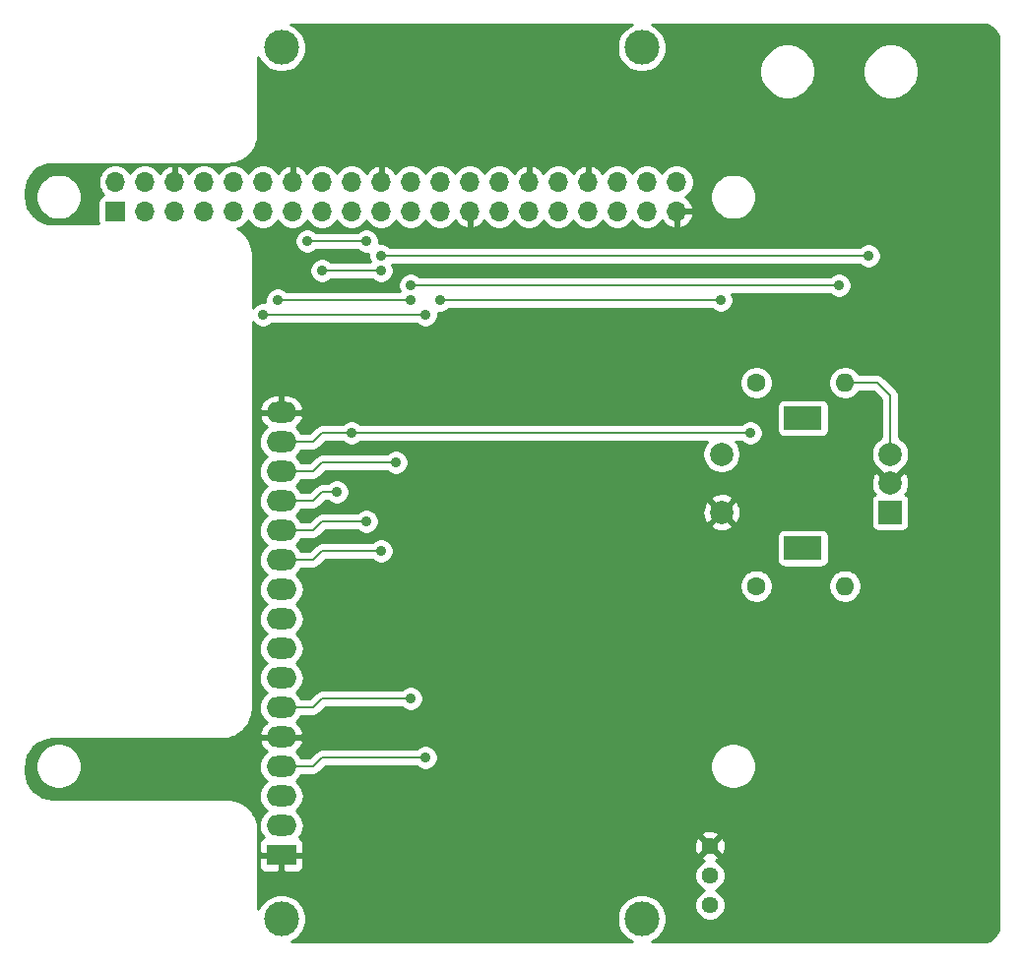
<source format=gbl>
G04 #@! TF.GenerationSoftware,KiCad,Pcbnew,(5.1.10)-1*
G04 #@! TF.CreationDate,2022-06-06T19:05:23+02:00*
G04 #@! TF.ProjectId,Minidexed AddOn,4d696e69-6465-4786-9564-204164644f6e,rev?*
G04 #@! TF.SameCoordinates,Original*
G04 #@! TF.FileFunction,Copper,L2,Bot*
G04 #@! TF.FilePolarity,Positive*
%FSLAX46Y46*%
G04 Gerber Fmt 4.6, Leading zero omitted, Abs format (unit mm)*
G04 Created by KiCad (PCBNEW (5.1.10)-1) date 2022-06-06 19:05:23*
%MOMM*%
%LPD*%
G01*
G04 APERTURE LIST*
G04 #@! TA.AperFunction,ComponentPad*
%ADD10R,2.000000X2.000000*%
G04 #@! TD*
G04 #@! TA.AperFunction,ComponentPad*
%ADD11C,2.000000*%
G04 #@! TD*
G04 #@! TA.AperFunction,ComponentPad*
%ADD12R,3.200000X2.000000*%
G04 #@! TD*
G04 #@! TA.AperFunction,ComponentPad*
%ADD13O,1.600000X1.600000*%
G04 #@! TD*
G04 #@! TA.AperFunction,ComponentPad*
%ADD14C,1.600000*%
G04 #@! TD*
G04 #@! TA.AperFunction,ComponentPad*
%ADD15C,1.440000*%
G04 #@! TD*
G04 #@! TA.AperFunction,ComponentPad*
%ADD16C,3.000000*%
G04 #@! TD*
G04 #@! TA.AperFunction,ComponentPad*
%ADD17O,2.600000X1.800000*%
G04 #@! TD*
G04 #@! TA.AperFunction,ComponentPad*
%ADD18R,2.600000X1.800000*%
G04 #@! TD*
G04 #@! TA.AperFunction,ComponentPad*
%ADD19R,1.700000X1.700000*%
G04 #@! TD*
G04 #@! TA.AperFunction,ComponentPad*
%ADD20O,1.700000X1.700000*%
G04 #@! TD*
G04 #@! TA.AperFunction,ViaPad*
%ADD21C,0.900000*%
G04 #@! TD*
G04 #@! TA.AperFunction,Conductor*
%ADD22C,0.200000*%
G04 #@! TD*
G04 #@! TA.AperFunction,Conductor*
%ADD23C,0.254000*%
G04 #@! TD*
G04 #@! TA.AperFunction,Conductor*
%ADD24C,0.150000*%
G04 #@! TD*
G04 APERTURE END LIST*
D10*
X66630000Y-25880000D03*
D11*
X66630000Y-23380000D03*
X66630000Y-20880000D03*
D12*
X59130000Y-28980000D03*
X59130000Y-17780000D03*
D11*
X52130000Y-25880000D03*
X52130000Y-20880000D03*
D13*
X62750000Y-32230000D03*
D14*
X55130000Y-32230000D03*
D13*
X62750000Y-14730000D03*
D14*
X55130000Y-14730000D03*
D15*
X51130000Y-54610000D03*
X51130000Y-57150000D03*
X51130000Y-59690000D03*
D16*
X14270000Y14120000D03*
X45270700Y14119480D03*
X45270700Y-60879100D03*
X14270000Y-60879100D03*
D17*
X14270000Y-17280000D03*
X14270000Y-19820000D03*
X14270000Y-22360000D03*
X14270000Y-24900000D03*
X14270000Y-27440000D03*
X14270000Y-29980000D03*
X14270000Y-32520000D03*
X14270000Y-35060000D03*
X14270000Y-37600000D03*
X14270000Y-40140000D03*
X14270000Y-42680000D03*
X14270000Y-45220000D03*
X14270000Y-47760000D03*
X14270000Y-50300000D03*
X14270000Y-52840000D03*
D18*
X14270000Y-55380000D03*
D19*
X0Y0D03*
D20*
X0Y2540000D03*
X2540000Y0D03*
X2540000Y2540000D03*
X5080000Y0D03*
X5080000Y2540000D03*
X7620000Y0D03*
X7620000Y2540000D03*
X10160000Y0D03*
X10160000Y2540000D03*
X12700000Y0D03*
X12700000Y2540000D03*
X15240000Y0D03*
X15240000Y2540000D03*
X17780000Y0D03*
X17780000Y2540000D03*
X20320000Y0D03*
X20320000Y2540000D03*
X22860000Y0D03*
X22860000Y2540000D03*
X25400000Y0D03*
X25400000Y2540000D03*
X27940000Y0D03*
X27940000Y2540000D03*
X30480000Y0D03*
X30480000Y2540000D03*
X33020000Y0D03*
X33020000Y2540000D03*
X35560000Y0D03*
X35560000Y2540000D03*
X38100000Y0D03*
X38100000Y2540000D03*
X40640000Y0D03*
X40640000Y2540000D03*
X43180000Y0D03*
X43180000Y2540000D03*
X45720000Y0D03*
X45720000Y2540000D03*
X48260000Y0D03*
X48260000Y2540000D03*
D21*
X20320000Y-19050000D03*
X54610000Y-19050000D03*
X64135000Y1270000D03*
X12700000Y-8890000D03*
X26670000Y-8890000D03*
X26670000Y-46990000D03*
X25400000Y-41910000D03*
X13970000Y-7620000D03*
X25400000Y-7620000D03*
X22860000Y-29210000D03*
X17780000Y-5080000D03*
X22860000Y-5080000D03*
X21590000Y-26670000D03*
X21590000Y-2540000D03*
X16510000Y-2540000D03*
X19050000Y-24130000D03*
X24130000Y-21590000D03*
X22860000Y-3810000D03*
X64770000Y-3810000D03*
X25400000Y-6350000D03*
X62230000Y-6350000D03*
X27940000Y-7620000D03*
X52070000Y-7620000D03*
D22*
X14270000Y-19820000D02*
X17010000Y-19820000D01*
X17010000Y-19820000D02*
X17780000Y-19050000D01*
X17780000Y-19050000D02*
X20320000Y-19050000D01*
X20320000Y-19050000D02*
X20320000Y-19050000D01*
X20320000Y-19050000D02*
X54610000Y-19050000D01*
X54610000Y-19050000D02*
X54610000Y-19050000D01*
X14270000Y-47760000D02*
X17010000Y-47760000D01*
X17010000Y-47760000D02*
X17780000Y-46990000D01*
X12700000Y-8890000D02*
X26670000Y-8890000D01*
X26670000Y-8890000D02*
X26670000Y-8890000D01*
X17780000Y-46990000D02*
X26670000Y-46990000D01*
X14270000Y-42680000D02*
X17010000Y-42680000D01*
X17010000Y-42680000D02*
X17780000Y-41910000D01*
X17780000Y-41910000D02*
X25400000Y-41910000D01*
X13970000Y-7620000D02*
X25400000Y-7620000D01*
X14270000Y-29980000D02*
X17010000Y-29980000D01*
X17010000Y-29980000D02*
X17780000Y-29210000D01*
X17780000Y-29210000D02*
X22860000Y-29210000D01*
X22860000Y-29210000D02*
X22860000Y-29210000D01*
X17780000Y-5080000D02*
X22860000Y-5080000D01*
X14270000Y-27440000D02*
X17010000Y-27440000D01*
X17010000Y-27440000D02*
X17780000Y-26670000D01*
X17780000Y-26670000D02*
X21590000Y-26670000D01*
X21590000Y-26670000D02*
X21590000Y-26670000D01*
X16510000Y-2540000D02*
X21590000Y-2540000D01*
X14270000Y-24900000D02*
X17010000Y-24900000D01*
X17010000Y-24900000D02*
X17780000Y-24130000D01*
X17780000Y-24130000D02*
X19050000Y-24130000D01*
X19050000Y-24130000D02*
X19050000Y-24130000D01*
X14270000Y-22360000D02*
X17010000Y-22360000D01*
X17010000Y-22360000D02*
X17780000Y-21590000D01*
X17780000Y-21590000D02*
X24130000Y-21590000D01*
X24130000Y-21590000D02*
X24130000Y-21590000D01*
X22860000Y-3810000D02*
X64770000Y-3810000D01*
X64770000Y-3810000D02*
X64770000Y-3810000D01*
X25400000Y-6350000D02*
X62230000Y-6350000D01*
X62230000Y-6350000D02*
X62230000Y-6350000D01*
X66630000Y-15830000D02*
X66630000Y-20880000D01*
X65530000Y-14730000D02*
X66630000Y-15830000D01*
X62750000Y-14730000D02*
X65530000Y-14730000D01*
X27940000Y-7620000D02*
X52070000Y-7620000D01*
X52070000Y-7620000D02*
X52070000Y-7620000D01*
D23*
X44259398Y16011492D02*
X43909717Y15777843D01*
X43612337Y15480463D01*
X43378688Y15130782D01*
X43217747Y14742236D01*
X43135700Y14329759D01*
X43135700Y13909201D01*
X43217747Y13496724D01*
X43378688Y13108178D01*
X43612337Y12758497D01*
X43909717Y12461117D01*
X44259398Y12227468D01*
X44647944Y12066527D01*
X45060421Y11984480D01*
X45480979Y11984480D01*
X45893456Y12066527D01*
X46282002Y12227468D01*
X46390407Y12299902D01*
X55400000Y12299902D01*
X55400000Y11830098D01*
X55491654Y11369321D01*
X55671440Y10935279D01*
X55932450Y10544651D01*
X56264651Y10212450D01*
X56655279Y9951440D01*
X57089321Y9771654D01*
X57550098Y9680000D01*
X58019902Y9680000D01*
X58480679Y9771654D01*
X58914721Y9951440D01*
X59305349Y10212450D01*
X59637550Y10544651D01*
X59898560Y10935279D01*
X60078346Y11369321D01*
X60170000Y11830098D01*
X60170000Y12299902D01*
X64290000Y12299902D01*
X64290000Y11830098D01*
X64381654Y11369321D01*
X64561440Y10935279D01*
X64822450Y10544651D01*
X65154651Y10212450D01*
X65545279Y9951440D01*
X65979321Y9771654D01*
X66440098Y9680000D01*
X66909902Y9680000D01*
X67370679Y9771654D01*
X67804721Y9951440D01*
X68195349Y10212450D01*
X68527550Y10544651D01*
X68788560Y10935279D01*
X68968346Y11369321D01*
X69060000Y11830098D01*
X69060000Y12299902D01*
X68968346Y12760679D01*
X68788560Y13194721D01*
X68527550Y13585349D01*
X68195349Y13917550D01*
X67804721Y14178560D01*
X67370679Y14358346D01*
X66909902Y14450000D01*
X66440098Y14450000D01*
X65979321Y14358346D01*
X65545279Y14178560D01*
X65154651Y13917550D01*
X64822450Y13585349D01*
X64561440Y13194721D01*
X64381654Y12760679D01*
X64290000Y12299902D01*
X60170000Y12299902D01*
X60078346Y12760679D01*
X59898560Y13194721D01*
X59637550Y13585349D01*
X59305349Y13917550D01*
X58914721Y14178560D01*
X58480679Y14358346D01*
X58019902Y14450000D01*
X57550098Y14450000D01*
X57089321Y14358346D01*
X56655279Y14178560D01*
X56264651Y13917550D01*
X55932450Y13585349D01*
X55671440Y13194721D01*
X55491654Y12760679D01*
X55400000Y12299902D01*
X46390407Y12299902D01*
X46631683Y12461117D01*
X46929063Y12758497D01*
X47162712Y13108178D01*
X47323653Y13496724D01*
X47405700Y13909201D01*
X47405700Y14329759D01*
X47323653Y14742236D01*
X47162712Y15130782D01*
X46929063Y15480463D01*
X46631683Y15777843D01*
X46282002Y16011492D01*
X46104538Y16085000D01*
X74596495Y16085000D01*
X74884782Y16056733D01*
X75129855Y15982741D01*
X75355890Y15862557D01*
X75554281Y15700752D01*
X75717460Y15503503D01*
X75839220Y15278313D01*
X75914924Y15033753D01*
X75945000Y14747602D01*
X75945001Y-61486484D01*
X75916733Y-61774782D01*
X75842741Y-62019855D01*
X75722554Y-62245893D01*
X75560754Y-62444279D01*
X75363503Y-62607460D01*
X75138310Y-62729221D01*
X74893753Y-62804924D01*
X74607602Y-62835000D01*
X46127763Y-62835000D01*
X46282002Y-62771112D01*
X46631683Y-62537463D01*
X46929063Y-62240083D01*
X47162712Y-61890402D01*
X47323653Y-61501856D01*
X47405700Y-61089379D01*
X47405700Y-60668821D01*
X47323653Y-60256344D01*
X47162712Y-59867798D01*
X46929063Y-59518117D01*
X46631683Y-59220737D01*
X46282002Y-58987088D01*
X45893456Y-58826147D01*
X45480979Y-58744100D01*
X45060421Y-58744100D01*
X44647944Y-58826147D01*
X44259398Y-58987088D01*
X43909717Y-59220737D01*
X43612337Y-59518117D01*
X43378688Y-59867798D01*
X43217747Y-60256344D01*
X43135700Y-60668821D01*
X43135700Y-61089379D01*
X43217747Y-61501856D01*
X43378688Y-61890402D01*
X43612337Y-62240083D01*
X43909717Y-62537463D01*
X44259398Y-62771112D01*
X44413637Y-62835000D01*
X15127063Y-62835000D01*
X15281302Y-62771112D01*
X15630983Y-62537463D01*
X15928363Y-62240083D01*
X16162012Y-61890402D01*
X16322953Y-61501856D01*
X16405000Y-61089379D01*
X16405000Y-60668821D01*
X16322953Y-60256344D01*
X16162012Y-59867798D01*
X15928363Y-59518117D01*
X15630983Y-59220737D01*
X15281302Y-58987088D01*
X14892756Y-58826147D01*
X14480279Y-58744100D01*
X14059721Y-58744100D01*
X13647244Y-58826147D01*
X13258698Y-58987088D01*
X12909017Y-59220737D01*
X12611637Y-59518117D01*
X12377988Y-59867798D01*
X12315000Y-60019865D01*
X12315000Y-57016544D01*
X49775000Y-57016544D01*
X49775000Y-57283456D01*
X49827072Y-57545239D01*
X49929215Y-57791833D01*
X50077503Y-58013762D01*
X50266238Y-58202497D01*
X50488167Y-58350785D01*
X50655266Y-58420000D01*
X50488167Y-58489215D01*
X50266238Y-58637503D01*
X50077503Y-58826238D01*
X49929215Y-59048167D01*
X49827072Y-59294761D01*
X49775000Y-59556544D01*
X49775000Y-59823456D01*
X49827072Y-60085239D01*
X49929215Y-60331833D01*
X50077503Y-60553762D01*
X50266238Y-60742497D01*
X50488167Y-60890785D01*
X50734761Y-60992928D01*
X50996544Y-61045000D01*
X51263456Y-61045000D01*
X51525239Y-60992928D01*
X51771833Y-60890785D01*
X51993762Y-60742497D01*
X52182497Y-60553762D01*
X52330785Y-60331833D01*
X52432928Y-60085239D01*
X52485000Y-59823456D01*
X52485000Y-59556544D01*
X52432928Y-59294761D01*
X52330785Y-59048167D01*
X52182497Y-58826238D01*
X51993762Y-58637503D01*
X51771833Y-58489215D01*
X51604734Y-58420000D01*
X51771833Y-58350785D01*
X51993762Y-58202497D01*
X52182497Y-58013762D01*
X52330785Y-57791833D01*
X52432928Y-57545239D01*
X52485000Y-57283456D01*
X52485000Y-57016544D01*
X52432928Y-56754761D01*
X52330785Y-56508167D01*
X52182497Y-56286238D01*
X51993762Y-56097503D01*
X51771833Y-55949215D01*
X51603676Y-55879562D01*
X51718353Y-55837875D01*
X51824068Y-55781368D01*
X51885955Y-55545560D01*
X51130000Y-54789605D01*
X50374045Y-55545560D01*
X50435932Y-55781368D01*
X50651007Y-55881764D01*
X50488167Y-55949215D01*
X50266238Y-56097503D01*
X50077503Y-56286238D01*
X49929215Y-56508167D01*
X49827072Y-56754761D01*
X49775000Y-57016544D01*
X12315000Y-57016544D01*
X12315000Y-56280000D01*
X12331928Y-56280000D01*
X12344188Y-56404482D01*
X12380498Y-56524180D01*
X12439463Y-56634494D01*
X12518815Y-56731185D01*
X12615506Y-56810537D01*
X12725820Y-56869502D01*
X12845518Y-56905812D01*
X12970000Y-56918072D01*
X13984250Y-56915000D01*
X14143000Y-56756250D01*
X14143000Y-55507000D01*
X14397000Y-55507000D01*
X14397000Y-56756250D01*
X14555750Y-56915000D01*
X15570000Y-56918072D01*
X15694482Y-56905812D01*
X15814180Y-56869502D01*
X15924494Y-56810537D01*
X16021185Y-56731185D01*
X16100537Y-56634494D01*
X16159502Y-56524180D01*
X16195812Y-56404482D01*
X16208072Y-56280000D01*
X16205000Y-55665750D01*
X16046250Y-55507000D01*
X14397000Y-55507000D01*
X14143000Y-55507000D01*
X12493750Y-55507000D01*
X12335000Y-55665750D01*
X12331928Y-56280000D01*
X12315000Y-56280000D01*
X12315000Y-53196353D01*
X12312045Y-53166355D01*
X12312132Y-53153953D01*
X12311198Y-53144434D01*
X12270397Y-52756242D01*
X12257920Y-52695461D01*
X12246280Y-52634440D01*
X12243516Y-52625284D01*
X12128092Y-52252409D01*
X12104028Y-52195163D01*
X12080776Y-52137612D01*
X12076286Y-52129167D01*
X11890635Y-51785812D01*
X11855919Y-51734344D01*
X11821920Y-51682389D01*
X11815876Y-51674978D01*
X11567069Y-51374223D01*
X11522996Y-51330457D01*
X11479577Y-51286119D01*
X11472208Y-51280022D01*
X11169723Y-51033321D01*
X11118005Y-50998960D01*
X11066784Y-50963888D01*
X11058371Y-50959339D01*
X10713730Y-50776089D01*
X10656300Y-50752418D01*
X10599263Y-50727972D01*
X10590131Y-50725145D01*
X10590125Y-50725143D01*
X10216455Y-50612326D01*
X10155545Y-50600265D01*
X10094826Y-50587359D01*
X10085314Y-50586359D01*
X9696845Y-50548269D01*
X9696837Y-50548269D01*
X9663647Y-50545000D01*
X-5336496Y-50545000D01*
X-5819016Y-50497688D01*
X-6250927Y-50367287D01*
X-6649280Y-50155480D01*
X-6998914Y-49870325D01*
X-7286497Y-49522697D01*
X-7501085Y-49125825D01*
X-7634500Y-48694834D01*
X-7685000Y-48214346D01*
X-7685000Y-47763505D01*
X-7662546Y-47534495D01*
X-6855000Y-47534495D01*
X-6855000Y-47925505D01*
X-6778718Y-48309003D01*
X-6629085Y-48670250D01*
X-6411851Y-48995364D01*
X-6135364Y-49271851D01*
X-5810250Y-49489085D01*
X-5449003Y-49638718D01*
X-5065505Y-49715000D01*
X-4674495Y-49715000D01*
X-4290997Y-49638718D01*
X-3929750Y-49489085D01*
X-3604636Y-49271851D01*
X-3328149Y-48995364D01*
X-3110915Y-48670250D01*
X-2961282Y-48309003D01*
X-2885000Y-47925505D01*
X-2885000Y-47760000D01*
X12327573Y-47760000D01*
X12357210Y-48060913D01*
X12444983Y-48350261D01*
X12587519Y-48616927D01*
X12779339Y-48850661D01*
X12997865Y-49030000D01*
X12779339Y-49209339D01*
X12587519Y-49443073D01*
X12444983Y-49709739D01*
X12357210Y-49999087D01*
X12327573Y-50300000D01*
X12357210Y-50600913D01*
X12444983Y-50890261D01*
X12587519Y-51156927D01*
X12779339Y-51390661D01*
X12997865Y-51570000D01*
X12779339Y-51749339D01*
X12587519Y-51983073D01*
X12444983Y-52249739D01*
X12357210Y-52539087D01*
X12327573Y-52840000D01*
X12357210Y-53140913D01*
X12444983Y-53430261D01*
X12587519Y-53696927D01*
X12742280Y-53885505D01*
X12725820Y-53890498D01*
X12615506Y-53949463D01*
X12518815Y-54028815D01*
X12439463Y-54125506D01*
X12380498Y-54235820D01*
X12344188Y-54355518D01*
X12331928Y-54480000D01*
X12335000Y-55094250D01*
X12493750Y-55253000D01*
X14143000Y-55253000D01*
X14143000Y-55233000D01*
X14397000Y-55233000D01*
X14397000Y-55253000D01*
X16046250Y-55253000D01*
X16205000Y-55094250D01*
X16207053Y-54683680D01*
X49770439Y-54683680D01*
X49810937Y-54947501D01*
X49902125Y-55198353D01*
X49958632Y-55304068D01*
X50194440Y-55365955D01*
X50950395Y-54610000D01*
X51309605Y-54610000D01*
X52065560Y-55365955D01*
X52301368Y-55304068D01*
X52414266Y-55062210D01*
X52477811Y-54802973D01*
X52489561Y-54536320D01*
X52449063Y-54272499D01*
X52357875Y-54021647D01*
X52301368Y-53915932D01*
X52065560Y-53854045D01*
X51309605Y-54610000D01*
X50950395Y-54610000D01*
X50194440Y-53854045D01*
X49958632Y-53915932D01*
X49845734Y-54157790D01*
X49782189Y-54417027D01*
X49770439Y-54683680D01*
X16207053Y-54683680D01*
X16208072Y-54480000D01*
X16195812Y-54355518D01*
X16159502Y-54235820D01*
X16100537Y-54125506D01*
X16021185Y-54028815D01*
X15924494Y-53949463D01*
X15814180Y-53890498D01*
X15797720Y-53885505D01*
X15952481Y-53696927D01*
X15964500Y-53674440D01*
X50374045Y-53674440D01*
X51130000Y-54430395D01*
X51885955Y-53674440D01*
X51824068Y-53438632D01*
X51582210Y-53325734D01*
X51322973Y-53262189D01*
X51056320Y-53250439D01*
X50792499Y-53290937D01*
X50541647Y-53382125D01*
X50435932Y-53438632D01*
X50374045Y-53674440D01*
X15964500Y-53674440D01*
X16095017Y-53430261D01*
X16182790Y-53140913D01*
X16212427Y-52840000D01*
X16182790Y-52539087D01*
X16095017Y-52249739D01*
X15952481Y-51983073D01*
X15760661Y-51749339D01*
X15542135Y-51570000D01*
X15760661Y-51390661D01*
X15952481Y-51156927D01*
X16095017Y-50890261D01*
X16182790Y-50600913D01*
X16212427Y-50300000D01*
X16182790Y-49999087D01*
X16095017Y-49709739D01*
X15952481Y-49443073D01*
X15760661Y-49209339D01*
X15542135Y-49030000D01*
X15760661Y-48850661D01*
X15952481Y-48616927D01*
X16017652Y-48495000D01*
X16973895Y-48495000D01*
X17010000Y-48498556D01*
X17046105Y-48495000D01*
X17154085Y-48484365D01*
X17292633Y-48442337D01*
X17420320Y-48374087D01*
X17532238Y-48282238D01*
X17555258Y-48254188D01*
X18084447Y-47725000D01*
X25870578Y-47725000D01*
X25978353Y-47832775D01*
X26156060Y-47951515D01*
X26353517Y-48033304D01*
X26563137Y-48075000D01*
X26776863Y-48075000D01*
X26986483Y-48033304D01*
X27183940Y-47951515D01*
X27361647Y-47832775D01*
X27512775Y-47681647D01*
X27611098Y-47534495D01*
X51145000Y-47534495D01*
X51145000Y-47925505D01*
X51221282Y-48309003D01*
X51370915Y-48670250D01*
X51588149Y-48995364D01*
X51864636Y-49271851D01*
X52189750Y-49489085D01*
X52550997Y-49638718D01*
X52934495Y-49715000D01*
X53325505Y-49715000D01*
X53709003Y-49638718D01*
X54070250Y-49489085D01*
X54395364Y-49271851D01*
X54671851Y-48995364D01*
X54889085Y-48670250D01*
X55038718Y-48309003D01*
X55115000Y-47925505D01*
X55115000Y-47534495D01*
X55038718Y-47150997D01*
X54889085Y-46789750D01*
X54671851Y-46464636D01*
X54395364Y-46188149D01*
X54070250Y-45970915D01*
X53709003Y-45821282D01*
X53325505Y-45745000D01*
X52934495Y-45745000D01*
X52550997Y-45821282D01*
X52189750Y-45970915D01*
X51864636Y-46188149D01*
X51588149Y-46464636D01*
X51370915Y-46789750D01*
X51221282Y-47150997D01*
X51145000Y-47534495D01*
X27611098Y-47534495D01*
X27631515Y-47503940D01*
X27713304Y-47306483D01*
X27755000Y-47096863D01*
X27755000Y-46883137D01*
X27713304Y-46673517D01*
X27631515Y-46476060D01*
X27512775Y-46298353D01*
X27361647Y-46147225D01*
X27183940Y-46028485D01*
X26986483Y-45946696D01*
X26776863Y-45905000D01*
X26563137Y-45905000D01*
X26353517Y-45946696D01*
X26156060Y-46028485D01*
X25978353Y-46147225D01*
X25870578Y-46255000D01*
X17816094Y-46255000D01*
X17779999Y-46251445D01*
X17743904Y-46255000D01*
X17743895Y-46255000D01*
X17635915Y-46265635D01*
X17497367Y-46307663D01*
X17369680Y-46375913D01*
X17257762Y-46467762D01*
X17234746Y-46495807D01*
X16705554Y-47025000D01*
X16017652Y-47025000D01*
X15952481Y-46903073D01*
X15760661Y-46669339D01*
X15536309Y-46485219D01*
X15628396Y-46425748D01*
X15845210Y-46215606D01*
X16016862Y-45967204D01*
X16136755Y-45690087D01*
X16161036Y-45584740D01*
X16040378Y-45347000D01*
X14397000Y-45347000D01*
X14397000Y-45367000D01*
X14143000Y-45367000D01*
X14143000Y-45347000D01*
X12499622Y-45347000D01*
X12378964Y-45584740D01*
X12403245Y-45690087D01*
X12523138Y-45967204D01*
X12694790Y-46215606D01*
X12911604Y-46425748D01*
X13003691Y-46485219D01*
X12779339Y-46669339D01*
X12587519Y-46903073D01*
X12444983Y-47169739D01*
X12357210Y-47459087D01*
X12327573Y-47760000D01*
X-2885000Y-47760000D01*
X-2885000Y-47534495D01*
X-2961282Y-47150997D01*
X-3110915Y-46789750D01*
X-3328149Y-46464636D01*
X-3604636Y-46188149D01*
X-3929750Y-45970915D01*
X-4290997Y-45821282D01*
X-4674495Y-45745000D01*
X-5065505Y-45745000D01*
X-5449003Y-45821282D01*
X-5810250Y-45970915D01*
X-6135364Y-46188149D01*
X-6411851Y-46464636D01*
X-6629085Y-46789750D01*
X-6778718Y-47150997D01*
X-6855000Y-47534495D01*
X-7662546Y-47534495D01*
X-7637688Y-47280984D01*
X-7507286Y-46849070D01*
X-7295476Y-46450715D01*
X-7010325Y-46101086D01*
X-6662697Y-45813503D01*
X-6265823Y-45598914D01*
X-5834839Y-45465502D01*
X-5354346Y-45415000D01*
X9163647Y-45415000D01*
X9193645Y-45412045D01*
X9206047Y-45412132D01*
X9215565Y-45411198D01*
X9603758Y-45370397D01*
X9664539Y-45357920D01*
X9725560Y-45346280D01*
X9734716Y-45343516D01*
X10107591Y-45228092D01*
X10164870Y-45204014D01*
X10222388Y-45180775D01*
X10230833Y-45176286D01*
X10574188Y-44990634D01*
X10625635Y-44955932D01*
X10677610Y-44921921D01*
X10685022Y-44915876D01*
X10985777Y-44667069D01*
X11029524Y-44623016D01*
X11073881Y-44579578D01*
X11079978Y-44572208D01*
X11326679Y-44269724D01*
X11361047Y-44217995D01*
X11396111Y-44166785D01*
X11400661Y-44158372D01*
X11583910Y-43813730D01*
X11607555Y-43756364D01*
X11632028Y-43699264D01*
X11634856Y-43690127D01*
X11747674Y-43316456D01*
X11759737Y-43255531D01*
X11772641Y-43194826D01*
X11773641Y-43185314D01*
X11811731Y-42796845D01*
X11811731Y-42796837D01*
X11815000Y-42763647D01*
X11815000Y-19820000D01*
X12327573Y-19820000D01*
X12357210Y-20120913D01*
X12444983Y-20410261D01*
X12587519Y-20676927D01*
X12779339Y-20910661D01*
X12997865Y-21090000D01*
X12779339Y-21269339D01*
X12587519Y-21503073D01*
X12444983Y-21769739D01*
X12357210Y-22059087D01*
X12327573Y-22360000D01*
X12357210Y-22660913D01*
X12444983Y-22950261D01*
X12587519Y-23216927D01*
X12779339Y-23450661D01*
X12997865Y-23630000D01*
X12779339Y-23809339D01*
X12587519Y-24043073D01*
X12444983Y-24309739D01*
X12357210Y-24599087D01*
X12327573Y-24900000D01*
X12357210Y-25200913D01*
X12444983Y-25490261D01*
X12587519Y-25756927D01*
X12779339Y-25990661D01*
X12997865Y-26170000D01*
X12779339Y-26349339D01*
X12587519Y-26583073D01*
X12444983Y-26849739D01*
X12357210Y-27139087D01*
X12327573Y-27440000D01*
X12357210Y-27740913D01*
X12444983Y-28030261D01*
X12587519Y-28296927D01*
X12779339Y-28530661D01*
X12997865Y-28710000D01*
X12779339Y-28889339D01*
X12587519Y-29123073D01*
X12444983Y-29389739D01*
X12357210Y-29679087D01*
X12327573Y-29980000D01*
X12357210Y-30280913D01*
X12444983Y-30570261D01*
X12587519Y-30836927D01*
X12779339Y-31070661D01*
X12997865Y-31250000D01*
X12779339Y-31429339D01*
X12587519Y-31663073D01*
X12444983Y-31929739D01*
X12357210Y-32219087D01*
X12327573Y-32520000D01*
X12357210Y-32820913D01*
X12444983Y-33110261D01*
X12587519Y-33376927D01*
X12779339Y-33610661D01*
X12997865Y-33790000D01*
X12779339Y-33969339D01*
X12587519Y-34203073D01*
X12444983Y-34469739D01*
X12357210Y-34759087D01*
X12327573Y-35060000D01*
X12357210Y-35360913D01*
X12444983Y-35650261D01*
X12587519Y-35916927D01*
X12779339Y-36150661D01*
X12997865Y-36330000D01*
X12779339Y-36509339D01*
X12587519Y-36743073D01*
X12444983Y-37009739D01*
X12357210Y-37299087D01*
X12327573Y-37600000D01*
X12357210Y-37900913D01*
X12444983Y-38190261D01*
X12587519Y-38456927D01*
X12779339Y-38690661D01*
X12997865Y-38870000D01*
X12779339Y-39049339D01*
X12587519Y-39283073D01*
X12444983Y-39549739D01*
X12357210Y-39839087D01*
X12327573Y-40140000D01*
X12357210Y-40440913D01*
X12444983Y-40730261D01*
X12587519Y-40996927D01*
X12779339Y-41230661D01*
X12997865Y-41410000D01*
X12779339Y-41589339D01*
X12587519Y-41823073D01*
X12444983Y-42089739D01*
X12357210Y-42379087D01*
X12327573Y-42680000D01*
X12357210Y-42980913D01*
X12444983Y-43270261D01*
X12587519Y-43536927D01*
X12779339Y-43770661D01*
X13003691Y-43954781D01*
X12911604Y-44014252D01*
X12694790Y-44224394D01*
X12523138Y-44472796D01*
X12403245Y-44749913D01*
X12378964Y-44855260D01*
X12499622Y-45093000D01*
X14143000Y-45093000D01*
X14143000Y-45073000D01*
X14397000Y-45073000D01*
X14397000Y-45093000D01*
X16040378Y-45093000D01*
X16161036Y-44855260D01*
X16136755Y-44749913D01*
X16016862Y-44472796D01*
X15845210Y-44224394D01*
X15628396Y-44014252D01*
X15536309Y-43954781D01*
X15760661Y-43770661D01*
X15952481Y-43536927D01*
X16017652Y-43415000D01*
X16973895Y-43415000D01*
X17010000Y-43418556D01*
X17046105Y-43415000D01*
X17154085Y-43404365D01*
X17292633Y-43362337D01*
X17420320Y-43294087D01*
X17532238Y-43202238D01*
X17555258Y-43174188D01*
X18084447Y-42645000D01*
X24600578Y-42645000D01*
X24708353Y-42752775D01*
X24886060Y-42871515D01*
X25083517Y-42953304D01*
X25293137Y-42995000D01*
X25506863Y-42995000D01*
X25716483Y-42953304D01*
X25913940Y-42871515D01*
X26091647Y-42752775D01*
X26242775Y-42601647D01*
X26361515Y-42423940D01*
X26443304Y-42226483D01*
X26485000Y-42016863D01*
X26485000Y-41803137D01*
X26443304Y-41593517D01*
X26361515Y-41396060D01*
X26242775Y-41218353D01*
X26091647Y-41067225D01*
X25913940Y-40948485D01*
X25716483Y-40866696D01*
X25506863Y-40825000D01*
X25293137Y-40825000D01*
X25083517Y-40866696D01*
X24886060Y-40948485D01*
X24708353Y-41067225D01*
X24600578Y-41175000D01*
X17816094Y-41175000D01*
X17779999Y-41171445D01*
X17743904Y-41175000D01*
X17743895Y-41175000D01*
X17635915Y-41185635D01*
X17497367Y-41227663D01*
X17369680Y-41295913D01*
X17257762Y-41387762D01*
X17234746Y-41415807D01*
X16705554Y-41945000D01*
X16017652Y-41945000D01*
X15952481Y-41823073D01*
X15760661Y-41589339D01*
X15542135Y-41410000D01*
X15760661Y-41230661D01*
X15952481Y-40996927D01*
X16095017Y-40730261D01*
X16182790Y-40440913D01*
X16212427Y-40140000D01*
X16182790Y-39839087D01*
X16095017Y-39549739D01*
X15952481Y-39283073D01*
X15760661Y-39049339D01*
X15542135Y-38870000D01*
X15760661Y-38690661D01*
X15952481Y-38456927D01*
X16095017Y-38190261D01*
X16182790Y-37900913D01*
X16212427Y-37600000D01*
X16182790Y-37299087D01*
X16095017Y-37009739D01*
X15952481Y-36743073D01*
X15760661Y-36509339D01*
X15542135Y-36330000D01*
X15760661Y-36150661D01*
X15952481Y-35916927D01*
X16095017Y-35650261D01*
X16182790Y-35360913D01*
X16212427Y-35060000D01*
X16182790Y-34759087D01*
X16095017Y-34469739D01*
X15952481Y-34203073D01*
X15760661Y-33969339D01*
X15542135Y-33790000D01*
X15760661Y-33610661D01*
X15952481Y-33376927D01*
X16095017Y-33110261D01*
X16182790Y-32820913D01*
X16212427Y-32520000D01*
X16182790Y-32219087D01*
X16143227Y-32088665D01*
X53695000Y-32088665D01*
X53695000Y-32371335D01*
X53750147Y-32648574D01*
X53858320Y-32909727D01*
X54015363Y-33144759D01*
X54215241Y-33344637D01*
X54450273Y-33501680D01*
X54711426Y-33609853D01*
X54988665Y-33665000D01*
X55271335Y-33665000D01*
X55548574Y-33609853D01*
X55809727Y-33501680D01*
X56044759Y-33344637D01*
X56244637Y-33144759D01*
X56401680Y-32909727D01*
X56509853Y-32648574D01*
X56565000Y-32371335D01*
X56565000Y-32088665D01*
X61315000Y-32088665D01*
X61315000Y-32371335D01*
X61370147Y-32648574D01*
X61478320Y-32909727D01*
X61635363Y-33144759D01*
X61835241Y-33344637D01*
X62070273Y-33501680D01*
X62331426Y-33609853D01*
X62608665Y-33665000D01*
X62891335Y-33665000D01*
X63168574Y-33609853D01*
X63429727Y-33501680D01*
X63664759Y-33344637D01*
X63864637Y-33144759D01*
X64021680Y-32909727D01*
X64129853Y-32648574D01*
X64185000Y-32371335D01*
X64185000Y-32088665D01*
X64129853Y-31811426D01*
X64021680Y-31550273D01*
X63864637Y-31315241D01*
X63664759Y-31115363D01*
X63429727Y-30958320D01*
X63168574Y-30850147D01*
X62891335Y-30795000D01*
X62608665Y-30795000D01*
X62331426Y-30850147D01*
X62070273Y-30958320D01*
X61835241Y-31115363D01*
X61635363Y-31315241D01*
X61478320Y-31550273D01*
X61370147Y-31811426D01*
X61315000Y-32088665D01*
X56565000Y-32088665D01*
X56509853Y-31811426D01*
X56401680Y-31550273D01*
X56244637Y-31315241D01*
X56044759Y-31115363D01*
X55809727Y-30958320D01*
X55548574Y-30850147D01*
X55271335Y-30795000D01*
X54988665Y-30795000D01*
X54711426Y-30850147D01*
X54450273Y-30958320D01*
X54215241Y-31115363D01*
X54015363Y-31315241D01*
X53858320Y-31550273D01*
X53750147Y-31811426D01*
X53695000Y-32088665D01*
X16143227Y-32088665D01*
X16095017Y-31929739D01*
X15952481Y-31663073D01*
X15760661Y-31429339D01*
X15542135Y-31250000D01*
X15760661Y-31070661D01*
X15952481Y-30836927D01*
X16017652Y-30715000D01*
X16973895Y-30715000D01*
X17010000Y-30718556D01*
X17046105Y-30715000D01*
X17154085Y-30704365D01*
X17292633Y-30662337D01*
X17420320Y-30594087D01*
X17532238Y-30502238D01*
X17555258Y-30474188D01*
X18084447Y-29945000D01*
X22060578Y-29945000D01*
X22168353Y-30052775D01*
X22346060Y-30171515D01*
X22543517Y-30253304D01*
X22753137Y-30295000D01*
X22966863Y-30295000D01*
X23176483Y-30253304D01*
X23373940Y-30171515D01*
X23551647Y-30052775D01*
X23702775Y-29901647D01*
X23821515Y-29723940D01*
X23903304Y-29526483D01*
X23945000Y-29316863D01*
X23945000Y-29103137D01*
X23903304Y-28893517D01*
X23821515Y-28696060D01*
X23702775Y-28518353D01*
X23551647Y-28367225D01*
X23373940Y-28248485D01*
X23176483Y-28166696D01*
X22966863Y-28125000D01*
X22753137Y-28125000D01*
X22543517Y-28166696D01*
X22346060Y-28248485D01*
X22168353Y-28367225D01*
X22060578Y-28475000D01*
X17816094Y-28475000D01*
X17779999Y-28471445D01*
X17743904Y-28475000D01*
X17743895Y-28475000D01*
X17635915Y-28485635D01*
X17497367Y-28527663D01*
X17369680Y-28595913D01*
X17257762Y-28687762D01*
X17234746Y-28715807D01*
X16705554Y-29245000D01*
X16017652Y-29245000D01*
X15952481Y-29123073D01*
X15760661Y-28889339D01*
X15542135Y-28710000D01*
X15760661Y-28530661D01*
X15952481Y-28296927D01*
X16017652Y-28175000D01*
X16973895Y-28175000D01*
X17010000Y-28178556D01*
X17046105Y-28175000D01*
X17154085Y-28164365D01*
X17292633Y-28122337D01*
X17420320Y-28054087D01*
X17510595Y-27980000D01*
X56891928Y-27980000D01*
X56891928Y-29980000D01*
X56904188Y-30104482D01*
X56940498Y-30224180D01*
X56999463Y-30334494D01*
X57078815Y-30431185D01*
X57175506Y-30510537D01*
X57285820Y-30569502D01*
X57405518Y-30605812D01*
X57530000Y-30618072D01*
X60730000Y-30618072D01*
X60854482Y-30605812D01*
X60974180Y-30569502D01*
X61084494Y-30510537D01*
X61181185Y-30431185D01*
X61260537Y-30334494D01*
X61319502Y-30224180D01*
X61355812Y-30104482D01*
X61368072Y-29980000D01*
X61368072Y-27980000D01*
X61355812Y-27855518D01*
X61319502Y-27735820D01*
X61260537Y-27625506D01*
X61181185Y-27528815D01*
X61084494Y-27449463D01*
X60974180Y-27390498D01*
X60854482Y-27354188D01*
X60730000Y-27341928D01*
X57530000Y-27341928D01*
X57405518Y-27354188D01*
X57285820Y-27390498D01*
X57175506Y-27449463D01*
X57078815Y-27528815D01*
X56999463Y-27625506D01*
X56940498Y-27735820D01*
X56904188Y-27855518D01*
X56891928Y-27980000D01*
X17510595Y-27980000D01*
X17532238Y-27962238D01*
X17555258Y-27934188D01*
X18084447Y-27405000D01*
X20790578Y-27405000D01*
X20898353Y-27512775D01*
X21076060Y-27631515D01*
X21273517Y-27713304D01*
X21483137Y-27755000D01*
X21696863Y-27755000D01*
X21906483Y-27713304D01*
X22103940Y-27631515D01*
X22281647Y-27512775D01*
X22432775Y-27361647D01*
X22551515Y-27183940D01*
X22621320Y-27015413D01*
X51174192Y-27015413D01*
X51269956Y-27279814D01*
X51559571Y-27420704D01*
X51871108Y-27502384D01*
X52192595Y-27521718D01*
X52511675Y-27477961D01*
X52816088Y-27372795D01*
X52990044Y-27279814D01*
X53085808Y-27015413D01*
X52130000Y-26059605D01*
X51174192Y-27015413D01*
X22621320Y-27015413D01*
X22633304Y-26986483D01*
X22675000Y-26776863D01*
X22675000Y-26563137D01*
X22633304Y-26353517D01*
X22551515Y-26156060D01*
X22432775Y-25978353D01*
X22397017Y-25942595D01*
X50488282Y-25942595D01*
X50532039Y-26261675D01*
X50637205Y-26566088D01*
X50730186Y-26740044D01*
X50994587Y-26835808D01*
X51950395Y-25880000D01*
X52309605Y-25880000D01*
X53265413Y-26835808D01*
X53529814Y-26740044D01*
X53670704Y-26450429D01*
X53752384Y-26138892D01*
X53771718Y-25817405D01*
X53727961Y-25498325D01*
X53622795Y-25193912D01*
X53529814Y-25019956D01*
X53265413Y-24924192D01*
X52309605Y-25880000D01*
X51950395Y-25880000D01*
X50994587Y-24924192D01*
X50730186Y-25019956D01*
X50589296Y-25309571D01*
X50507616Y-25621108D01*
X50488282Y-25942595D01*
X22397017Y-25942595D01*
X22281647Y-25827225D01*
X22103940Y-25708485D01*
X21906483Y-25626696D01*
X21696863Y-25585000D01*
X21483137Y-25585000D01*
X21273517Y-25626696D01*
X21076060Y-25708485D01*
X20898353Y-25827225D01*
X20790578Y-25935000D01*
X17816094Y-25935000D01*
X17779999Y-25931445D01*
X17743904Y-25935000D01*
X17743895Y-25935000D01*
X17635915Y-25945635D01*
X17497367Y-25987663D01*
X17369680Y-26055913D01*
X17257762Y-26147762D01*
X17234746Y-26175807D01*
X16705554Y-26705000D01*
X16017652Y-26705000D01*
X15952481Y-26583073D01*
X15760661Y-26349339D01*
X15542135Y-26170000D01*
X15760661Y-25990661D01*
X15952481Y-25756927D01*
X16017652Y-25635000D01*
X16973895Y-25635000D01*
X17010000Y-25638556D01*
X17046105Y-25635000D01*
X17154085Y-25624365D01*
X17292633Y-25582337D01*
X17420320Y-25514087D01*
X17532238Y-25422238D01*
X17555258Y-25394188D01*
X18084447Y-24865000D01*
X18250578Y-24865000D01*
X18358353Y-24972775D01*
X18536060Y-25091515D01*
X18733517Y-25173304D01*
X18943137Y-25215000D01*
X19156863Y-25215000D01*
X19366483Y-25173304D01*
X19563940Y-25091515D01*
X19741647Y-24972775D01*
X19892775Y-24821647D01*
X19944264Y-24744587D01*
X51174192Y-24744587D01*
X52130000Y-25700395D01*
X53085808Y-24744587D01*
X52990044Y-24480186D01*
X52700429Y-24339296D01*
X52388892Y-24257616D01*
X52067405Y-24238282D01*
X51748325Y-24282039D01*
X51443912Y-24387205D01*
X51269956Y-24480186D01*
X51174192Y-24744587D01*
X19944264Y-24744587D01*
X20011515Y-24643940D01*
X20093304Y-24446483D01*
X20135000Y-24236863D01*
X20135000Y-24023137D01*
X20093304Y-23813517D01*
X20011515Y-23616060D01*
X19895610Y-23442595D01*
X64988282Y-23442595D01*
X65032039Y-23761675D01*
X65137205Y-24066088D01*
X65230186Y-24240044D01*
X65379223Y-24294024D01*
X65275506Y-24349463D01*
X65178815Y-24428815D01*
X65099463Y-24525506D01*
X65040498Y-24635820D01*
X65004188Y-24755518D01*
X64991928Y-24880000D01*
X64991928Y-26880000D01*
X65004188Y-27004482D01*
X65040498Y-27124180D01*
X65099463Y-27234494D01*
X65178815Y-27331185D01*
X65275506Y-27410537D01*
X65385820Y-27469502D01*
X65505518Y-27505812D01*
X65630000Y-27518072D01*
X67630000Y-27518072D01*
X67754482Y-27505812D01*
X67874180Y-27469502D01*
X67984494Y-27410537D01*
X68081185Y-27331185D01*
X68160537Y-27234494D01*
X68219502Y-27124180D01*
X68255812Y-27004482D01*
X68268072Y-26880000D01*
X68268072Y-24880000D01*
X68255812Y-24755518D01*
X68219502Y-24635820D01*
X68160537Y-24525506D01*
X68081185Y-24428815D01*
X67984494Y-24349463D01*
X67880777Y-24294024D01*
X68029814Y-24240044D01*
X68170704Y-23950429D01*
X68252384Y-23638892D01*
X68271718Y-23317405D01*
X68227961Y-22998325D01*
X68122795Y-22693912D01*
X68029814Y-22519956D01*
X67765413Y-22424192D01*
X66809605Y-23380000D01*
X66823748Y-23394143D01*
X66644143Y-23573748D01*
X66630000Y-23559605D01*
X66615858Y-23573748D01*
X66436253Y-23394143D01*
X66450395Y-23380000D01*
X65494587Y-22424192D01*
X65230186Y-22519956D01*
X65089296Y-22809571D01*
X65007616Y-23121108D01*
X64988282Y-23442595D01*
X19895610Y-23442595D01*
X19892775Y-23438353D01*
X19741647Y-23287225D01*
X19563940Y-23168485D01*
X19366483Y-23086696D01*
X19156863Y-23045000D01*
X18943137Y-23045000D01*
X18733517Y-23086696D01*
X18536060Y-23168485D01*
X18358353Y-23287225D01*
X18250578Y-23395000D01*
X17816094Y-23395000D01*
X17779999Y-23391445D01*
X17743904Y-23395000D01*
X17743895Y-23395000D01*
X17635915Y-23405635D01*
X17497367Y-23447663D01*
X17369680Y-23515913D01*
X17257762Y-23607762D01*
X17234746Y-23635807D01*
X16705554Y-24165000D01*
X16017652Y-24165000D01*
X15952481Y-24043073D01*
X15760661Y-23809339D01*
X15542135Y-23630000D01*
X15760661Y-23450661D01*
X15952481Y-23216927D01*
X16017652Y-23095000D01*
X16973895Y-23095000D01*
X17010000Y-23098556D01*
X17046105Y-23095000D01*
X17154085Y-23084365D01*
X17292633Y-23042337D01*
X17420320Y-22974087D01*
X17532238Y-22882238D01*
X17555258Y-22854188D01*
X18084447Y-22325000D01*
X23330578Y-22325000D01*
X23438353Y-22432775D01*
X23616060Y-22551515D01*
X23813517Y-22633304D01*
X24023137Y-22675000D01*
X24236863Y-22675000D01*
X24446483Y-22633304D01*
X24643940Y-22551515D01*
X24821647Y-22432775D01*
X24972775Y-22281647D01*
X25091515Y-22103940D01*
X25173304Y-21906483D01*
X25215000Y-21696863D01*
X25215000Y-21483137D01*
X25173304Y-21273517D01*
X25091515Y-21076060D01*
X24972775Y-20898353D01*
X24821647Y-20747225D01*
X24643940Y-20628485D01*
X24446483Y-20546696D01*
X24236863Y-20505000D01*
X24023137Y-20505000D01*
X23813517Y-20546696D01*
X23616060Y-20628485D01*
X23438353Y-20747225D01*
X23330578Y-20855000D01*
X17816094Y-20855000D01*
X17779999Y-20851445D01*
X17743904Y-20855000D01*
X17743895Y-20855000D01*
X17635915Y-20865635D01*
X17497367Y-20907663D01*
X17369680Y-20975913D01*
X17257762Y-21067762D01*
X17234746Y-21095807D01*
X16705554Y-21625000D01*
X16017652Y-21625000D01*
X15952481Y-21503073D01*
X15760661Y-21269339D01*
X15542135Y-21090000D01*
X15760661Y-20910661D01*
X15952481Y-20676927D01*
X16017652Y-20555000D01*
X16973895Y-20555000D01*
X17010000Y-20558556D01*
X17046105Y-20555000D01*
X17154085Y-20544365D01*
X17292633Y-20502337D01*
X17420320Y-20434087D01*
X17532238Y-20342238D01*
X17555258Y-20314188D01*
X18084447Y-19785000D01*
X19520578Y-19785000D01*
X19628353Y-19892775D01*
X19806060Y-20011515D01*
X20003517Y-20093304D01*
X20213137Y-20135000D01*
X20426863Y-20135000D01*
X20636483Y-20093304D01*
X20833940Y-20011515D01*
X21011647Y-19892775D01*
X21119422Y-19785000D01*
X50912761Y-19785000D01*
X50860013Y-19837748D01*
X50681082Y-20105537D01*
X50557832Y-20403088D01*
X50495000Y-20718967D01*
X50495000Y-21041033D01*
X50557832Y-21356912D01*
X50681082Y-21654463D01*
X50860013Y-21922252D01*
X51087748Y-22149987D01*
X51355537Y-22328918D01*
X51653088Y-22452168D01*
X51968967Y-22515000D01*
X52291033Y-22515000D01*
X52606912Y-22452168D01*
X52904463Y-22328918D01*
X53172252Y-22149987D01*
X53399987Y-21922252D01*
X53578918Y-21654463D01*
X53702168Y-21356912D01*
X53765000Y-21041033D01*
X53765000Y-20718967D01*
X53702168Y-20403088D01*
X53578918Y-20105537D01*
X53399987Y-19837748D01*
X53347239Y-19785000D01*
X53810578Y-19785000D01*
X53918353Y-19892775D01*
X54096060Y-20011515D01*
X54293517Y-20093304D01*
X54503137Y-20135000D01*
X54716863Y-20135000D01*
X54926483Y-20093304D01*
X55123940Y-20011515D01*
X55301647Y-19892775D01*
X55452775Y-19741647D01*
X55571515Y-19563940D01*
X55653304Y-19366483D01*
X55695000Y-19156863D01*
X55695000Y-18943137D01*
X55653304Y-18733517D01*
X55571515Y-18536060D01*
X55452775Y-18358353D01*
X55301647Y-18207225D01*
X55123940Y-18088485D01*
X54926483Y-18006696D01*
X54716863Y-17965000D01*
X54503137Y-17965000D01*
X54293517Y-18006696D01*
X54096060Y-18088485D01*
X53918353Y-18207225D01*
X53810578Y-18315000D01*
X21119422Y-18315000D01*
X21011647Y-18207225D01*
X20833940Y-18088485D01*
X20636483Y-18006696D01*
X20426863Y-17965000D01*
X20213137Y-17965000D01*
X20003517Y-18006696D01*
X19806060Y-18088485D01*
X19628353Y-18207225D01*
X19520578Y-18315000D01*
X17816094Y-18315000D01*
X17779999Y-18311445D01*
X17743904Y-18315000D01*
X17743895Y-18315000D01*
X17635915Y-18325635D01*
X17497367Y-18367663D01*
X17369680Y-18435913D01*
X17257762Y-18527762D01*
X17234746Y-18555807D01*
X16705554Y-19085000D01*
X16017652Y-19085000D01*
X15952481Y-18963073D01*
X15760661Y-18729339D01*
X15536309Y-18545219D01*
X15628396Y-18485748D01*
X15845210Y-18275606D01*
X16016862Y-18027204D01*
X16136755Y-17750087D01*
X16161036Y-17644740D01*
X16040378Y-17407000D01*
X14397000Y-17407000D01*
X14397000Y-17427000D01*
X14143000Y-17427000D01*
X14143000Y-17407000D01*
X12499622Y-17407000D01*
X12378964Y-17644740D01*
X12403245Y-17750087D01*
X12523138Y-18027204D01*
X12694790Y-18275606D01*
X12911604Y-18485748D01*
X13003691Y-18545219D01*
X12779339Y-18729339D01*
X12587519Y-18963073D01*
X12444983Y-19229739D01*
X12357210Y-19519087D01*
X12327573Y-19820000D01*
X11815000Y-19820000D01*
X11815000Y-16915260D01*
X12378964Y-16915260D01*
X12499622Y-17153000D01*
X14143000Y-17153000D01*
X14143000Y-15745000D01*
X14397000Y-15745000D01*
X14397000Y-17153000D01*
X16040378Y-17153000D01*
X16161036Y-16915260D01*
X16136755Y-16809913D01*
X16123814Y-16780000D01*
X56891928Y-16780000D01*
X56891928Y-18780000D01*
X56904188Y-18904482D01*
X56940498Y-19024180D01*
X56999463Y-19134494D01*
X57078815Y-19231185D01*
X57175506Y-19310537D01*
X57285820Y-19369502D01*
X57405518Y-19405812D01*
X57530000Y-19418072D01*
X60730000Y-19418072D01*
X60854482Y-19405812D01*
X60974180Y-19369502D01*
X61084494Y-19310537D01*
X61181185Y-19231185D01*
X61260537Y-19134494D01*
X61319502Y-19024180D01*
X61355812Y-18904482D01*
X61368072Y-18780000D01*
X61368072Y-16780000D01*
X61355812Y-16655518D01*
X61319502Y-16535820D01*
X61260537Y-16425506D01*
X61181185Y-16328815D01*
X61084494Y-16249463D01*
X60974180Y-16190498D01*
X60854482Y-16154188D01*
X60730000Y-16141928D01*
X57530000Y-16141928D01*
X57405518Y-16154188D01*
X57285820Y-16190498D01*
X57175506Y-16249463D01*
X57078815Y-16328815D01*
X56999463Y-16425506D01*
X56940498Y-16535820D01*
X56904188Y-16655518D01*
X56891928Y-16780000D01*
X16123814Y-16780000D01*
X16016862Y-16532796D01*
X15845210Y-16284394D01*
X15628396Y-16074252D01*
X15374751Y-15910446D01*
X15094023Y-15799271D01*
X14797000Y-15745000D01*
X14397000Y-15745000D01*
X14143000Y-15745000D01*
X13743000Y-15745000D01*
X13445977Y-15799271D01*
X13165249Y-15910446D01*
X12911604Y-16074252D01*
X12694790Y-16284394D01*
X12523138Y-16532796D01*
X12403245Y-16809913D01*
X12378964Y-16915260D01*
X11815000Y-16915260D01*
X11815000Y-14588665D01*
X53695000Y-14588665D01*
X53695000Y-14871335D01*
X53750147Y-15148574D01*
X53858320Y-15409727D01*
X54015363Y-15644759D01*
X54215241Y-15844637D01*
X54450273Y-16001680D01*
X54711426Y-16109853D01*
X54988665Y-16165000D01*
X55271335Y-16165000D01*
X55548574Y-16109853D01*
X55809727Y-16001680D01*
X56044759Y-15844637D01*
X56244637Y-15644759D01*
X56401680Y-15409727D01*
X56509853Y-15148574D01*
X56565000Y-14871335D01*
X56565000Y-14588665D01*
X61315000Y-14588665D01*
X61315000Y-14871335D01*
X61370147Y-15148574D01*
X61478320Y-15409727D01*
X61635363Y-15644759D01*
X61835241Y-15844637D01*
X62070273Y-16001680D01*
X62331426Y-16109853D01*
X62608665Y-16165000D01*
X62891335Y-16165000D01*
X63168574Y-16109853D01*
X63429727Y-16001680D01*
X63664759Y-15844637D01*
X63864637Y-15644759D01*
X63984748Y-15465000D01*
X65225554Y-15465000D01*
X65895000Y-16134447D01*
X65895001Y-19414736D01*
X65855537Y-19431082D01*
X65587748Y-19610013D01*
X65360013Y-19837748D01*
X65181082Y-20105537D01*
X65057832Y-20403088D01*
X64995000Y-20718967D01*
X64995000Y-21041033D01*
X65057832Y-21356912D01*
X65181082Y-21654463D01*
X65360013Y-21922252D01*
X65587748Y-22149987D01*
X65684935Y-22214925D01*
X65674192Y-22244587D01*
X66630000Y-23200395D01*
X67585808Y-22244587D01*
X67575065Y-22214925D01*
X67672252Y-22149987D01*
X67899987Y-21922252D01*
X68078918Y-21654463D01*
X68202168Y-21356912D01*
X68265000Y-21041033D01*
X68265000Y-20718967D01*
X68202168Y-20403088D01*
X68078918Y-20105537D01*
X67899987Y-19837748D01*
X67672252Y-19610013D01*
X67404463Y-19431082D01*
X67365000Y-19414736D01*
X67365000Y-15866105D01*
X67368556Y-15830000D01*
X67354365Y-15685915D01*
X67312337Y-15547368D01*
X67312337Y-15547367D01*
X67244087Y-15419680D01*
X67182049Y-15344087D01*
X67175253Y-15335806D01*
X67175250Y-15335803D01*
X67152237Y-15307762D01*
X67124197Y-15284750D01*
X66075258Y-14235812D01*
X66052238Y-14207762D01*
X65940320Y-14115913D01*
X65812633Y-14047663D01*
X65674085Y-14005635D01*
X65566105Y-13995000D01*
X65530000Y-13991444D01*
X65493895Y-13995000D01*
X63984748Y-13995000D01*
X63864637Y-13815241D01*
X63664759Y-13615363D01*
X63429727Y-13458320D01*
X63168574Y-13350147D01*
X62891335Y-13295000D01*
X62608665Y-13295000D01*
X62331426Y-13350147D01*
X62070273Y-13458320D01*
X61835241Y-13615363D01*
X61635363Y-13815241D01*
X61478320Y-14050273D01*
X61370147Y-14311426D01*
X61315000Y-14588665D01*
X56565000Y-14588665D01*
X56509853Y-14311426D01*
X56401680Y-14050273D01*
X56244637Y-13815241D01*
X56044759Y-13615363D01*
X55809727Y-13458320D01*
X55548574Y-13350147D01*
X55271335Y-13295000D01*
X54988665Y-13295000D01*
X54711426Y-13350147D01*
X54450273Y-13458320D01*
X54215241Y-13615363D01*
X54015363Y-13815241D01*
X53858320Y-14050273D01*
X53750147Y-14311426D01*
X53695000Y-14588665D01*
X11815000Y-14588665D01*
X11815000Y-9518453D01*
X11857225Y-9581647D01*
X12008353Y-9732775D01*
X12186060Y-9851515D01*
X12383517Y-9933304D01*
X12593137Y-9975000D01*
X12806863Y-9975000D01*
X13016483Y-9933304D01*
X13213940Y-9851515D01*
X13391647Y-9732775D01*
X13499422Y-9625000D01*
X25870578Y-9625000D01*
X25978353Y-9732775D01*
X26156060Y-9851515D01*
X26353517Y-9933304D01*
X26563137Y-9975000D01*
X26776863Y-9975000D01*
X26986483Y-9933304D01*
X27183940Y-9851515D01*
X27361647Y-9732775D01*
X27512775Y-9581647D01*
X27631515Y-9403940D01*
X27713304Y-9206483D01*
X27755000Y-8996863D01*
X27755000Y-8783137D01*
X27735598Y-8685598D01*
X27833137Y-8705000D01*
X28046863Y-8705000D01*
X28256483Y-8663304D01*
X28453940Y-8581515D01*
X28631647Y-8462775D01*
X28739422Y-8355000D01*
X51270578Y-8355000D01*
X51378353Y-8462775D01*
X51556060Y-8581515D01*
X51753517Y-8663304D01*
X51963137Y-8705000D01*
X52176863Y-8705000D01*
X52386483Y-8663304D01*
X52583940Y-8581515D01*
X52761647Y-8462775D01*
X52912775Y-8311647D01*
X53031515Y-8133940D01*
X53113304Y-7936483D01*
X53155000Y-7726863D01*
X53155000Y-7513137D01*
X53113304Y-7303517D01*
X53031515Y-7106060D01*
X53017443Y-7085000D01*
X61430578Y-7085000D01*
X61538353Y-7192775D01*
X61716060Y-7311515D01*
X61913517Y-7393304D01*
X62123137Y-7435000D01*
X62336863Y-7435000D01*
X62546483Y-7393304D01*
X62743940Y-7311515D01*
X62921647Y-7192775D01*
X63072775Y-7041647D01*
X63191515Y-6863940D01*
X63273304Y-6666483D01*
X63315000Y-6456863D01*
X63315000Y-6243137D01*
X63273304Y-6033517D01*
X63191515Y-5836060D01*
X63072775Y-5658353D01*
X62921647Y-5507225D01*
X62743940Y-5388485D01*
X62546483Y-5306696D01*
X62336863Y-5265000D01*
X62123137Y-5265000D01*
X61913517Y-5306696D01*
X61716060Y-5388485D01*
X61538353Y-5507225D01*
X61430578Y-5615000D01*
X26199422Y-5615000D01*
X26091647Y-5507225D01*
X25913940Y-5388485D01*
X25716483Y-5306696D01*
X25506863Y-5265000D01*
X25293137Y-5265000D01*
X25083517Y-5306696D01*
X24886060Y-5388485D01*
X24708353Y-5507225D01*
X24557225Y-5658353D01*
X24438485Y-5836060D01*
X24356696Y-6033517D01*
X24315000Y-6243137D01*
X24315000Y-6456863D01*
X24356696Y-6666483D01*
X24438485Y-6863940D01*
X24452557Y-6885000D01*
X14769422Y-6885000D01*
X14661647Y-6777225D01*
X14483940Y-6658485D01*
X14286483Y-6576696D01*
X14076863Y-6535000D01*
X13863137Y-6535000D01*
X13653517Y-6576696D01*
X13456060Y-6658485D01*
X13278353Y-6777225D01*
X13127225Y-6928353D01*
X13008485Y-7106060D01*
X12926696Y-7303517D01*
X12885000Y-7513137D01*
X12885000Y-7726863D01*
X12904402Y-7824402D01*
X12806863Y-7805000D01*
X12593137Y-7805000D01*
X12383517Y-7846696D01*
X12186060Y-7928485D01*
X12008353Y-8047225D01*
X11857225Y-8198353D01*
X11815000Y-8261547D01*
X11815000Y-3696353D01*
X11812045Y-3666355D01*
X11812132Y-3653953D01*
X11811198Y-3644434D01*
X11770397Y-3256242D01*
X11757920Y-3195461D01*
X11746280Y-3134440D01*
X11743516Y-3125284D01*
X11628092Y-2752409D01*
X11604028Y-2695163D01*
X11580776Y-2637612D01*
X11576286Y-2629167D01*
X11470294Y-2433137D01*
X15425000Y-2433137D01*
X15425000Y-2646863D01*
X15466696Y-2856483D01*
X15548485Y-3053940D01*
X15667225Y-3231647D01*
X15818353Y-3382775D01*
X15996060Y-3501515D01*
X16193517Y-3583304D01*
X16403137Y-3625000D01*
X16616863Y-3625000D01*
X16826483Y-3583304D01*
X17023940Y-3501515D01*
X17201647Y-3382775D01*
X17309422Y-3275000D01*
X20790578Y-3275000D01*
X20898353Y-3382775D01*
X21076060Y-3501515D01*
X21273517Y-3583304D01*
X21483137Y-3625000D01*
X21696863Y-3625000D01*
X21794402Y-3605598D01*
X21775000Y-3703137D01*
X21775000Y-3916863D01*
X21816696Y-4126483D01*
X21898485Y-4323940D01*
X21912557Y-4345000D01*
X18579422Y-4345000D01*
X18471647Y-4237225D01*
X18293940Y-4118485D01*
X18096483Y-4036696D01*
X17886863Y-3995000D01*
X17673137Y-3995000D01*
X17463517Y-4036696D01*
X17266060Y-4118485D01*
X17088353Y-4237225D01*
X16937225Y-4388353D01*
X16818485Y-4566060D01*
X16736696Y-4763517D01*
X16695000Y-4973137D01*
X16695000Y-5186863D01*
X16736696Y-5396483D01*
X16818485Y-5593940D01*
X16937225Y-5771647D01*
X17088353Y-5922775D01*
X17266060Y-6041515D01*
X17463517Y-6123304D01*
X17673137Y-6165000D01*
X17886863Y-6165000D01*
X18096483Y-6123304D01*
X18293940Y-6041515D01*
X18471647Y-5922775D01*
X18579422Y-5815000D01*
X22060578Y-5815000D01*
X22168353Y-5922775D01*
X22346060Y-6041515D01*
X22543517Y-6123304D01*
X22753137Y-6165000D01*
X22966863Y-6165000D01*
X23176483Y-6123304D01*
X23373940Y-6041515D01*
X23551647Y-5922775D01*
X23702775Y-5771647D01*
X23821515Y-5593940D01*
X23903304Y-5396483D01*
X23945000Y-5186863D01*
X23945000Y-4973137D01*
X23903304Y-4763517D01*
X23821515Y-4566060D01*
X23807443Y-4545000D01*
X63970578Y-4545000D01*
X64078353Y-4652775D01*
X64256060Y-4771515D01*
X64453517Y-4853304D01*
X64663137Y-4895000D01*
X64876863Y-4895000D01*
X65086483Y-4853304D01*
X65283940Y-4771515D01*
X65461647Y-4652775D01*
X65612775Y-4501647D01*
X65731515Y-4323940D01*
X65813304Y-4126483D01*
X65855000Y-3916863D01*
X65855000Y-3703137D01*
X65813304Y-3493517D01*
X65731515Y-3296060D01*
X65612775Y-3118353D01*
X65461647Y-2967225D01*
X65283940Y-2848485D01*
X65086483Y-2766696D01*
X64876863Y-2725000D01*
X64663137Y-2725000D01*
X64453517Y-2766696D01*
X64256060Y-2848485D01*
X64078353Y-2967225D01*
X63970578Y-3075000D01*
X23659422Y-3075000D01*
X23551647Y-2967225D01*
X23373940Y-2848485D01*
X23176483Y-2766696D01*
X22966863Y-2725000D01*
X22753137Y-2725000D01*
X22655598Y-2744402D01*
X22675000Y-2646863D01*
X22675000Y-2433137D01*
X22633304Y-2223517D01*
X22551515Y-2026060D01*
X22432775Y-1848353D01*
X22281647Y-1697225D01*
X22103940Y-1578485D01*
X21906483Y-1496696D01*
X21696863Y-1455000D01*
X21483137Y-1455000D01*
X21273517Y-1496696D01*
X21076060Y-1578485D01*
X20898353Y-1697225D01*
X20790578Y-1805000D01*
X17309422Y-1805000D01*
X17201647Y-1697225D01*
X17023940Y-1578485D01*
X16826483Y-1496696D01*
X16616863Y-1455000D01*
X16403137Y-1455000D01*
X16193517Y-1496696D01*
X15996060Y-1578485D01*
X15818353Y-1697225D01*
X15667225Y-1848353D01*
X15548485Y-2026060D01*
X15466696Y-2223517D01*
X15425000Y-2433137D01*
X11470294Y-2433137D01*
X11390635Y-2285812D01*
X11355919Y-2234344D01*
X11321920Y-2182389D01*
X11315876Y-2174978D01*
X11067069Y-1874223D01*
X11022996Y-1830457D01*
X10979577Y-1786119D01*
X10972208Y-1780022D01*
X10669723Y-1533321D01*
X10618005Y-1498960D01*
X10566784Y-1463888D01*
X10558371Y-1459339D01*
X10524855Y-1441518D01*
X10593158Y-1427932D01*
X10863411Y-1315990D01*
X11106632Y-1153475D01*
X11313475Y-946632D01*
X11430000Y-772240D01*
X11546525Y-946632D01*
X11753368Y-1153475D01*
X11996589Y-1315990D01*
X12266842Y-1427932D01*
X12553740Y-1485000D01*
X12846260Y-1485000D01*
X13133158Y-1427932D01*
X13403411Y-1315990D01*
X13646632Y-1153475D01*
X13853475Y-946632D01*
X13970000Y-772240D01*
X14086525Y-946632D01*
X14293368Y-1153475D01*
X14536589Y-1315990D01*
X14806842Y-1427932D01*
X15093740Y-1485000D01*
X15386260Y-1485000D01*
X15673158Y-1427932D01*
X15943411Y-1315990D01*
X16186632Y-1153475D01*
X16393475Y-946632D01*
X16510000Y-772240D01*
X16626525Y-946632D01*
X16833368Y-1153475D01*
X17076589Y-1315990D01*
X17346842Y-1427932D01*
X17633740Y-1485000D01*
X17926260Y-1485000D01*
X18213158Y-1427932D01*
X18483411Y-1315990D01*
X18726632Y-1153475D01*
X18933475Y-946632D01*
X19050000Y-772240D01*
X19166525Y-946632D01*
X19373368Y-1153475D01*
X19616589Y-1315990D01*
X19886842Y-1427932D01*
X20173740Y-1485000D01*
X20466260Y-1485000D01*
X20753158Y-1427932D01*
X21023411Y-1315990D01*
X21266632Y-1153475D01*
X21473475Y-946632D01*
X21590000Y-772240D01*
X21706525Y-946632D01*
X21913368Y-1153475D01*
X22156589Y-1315990D01*
X22426842Y-1427932D01*
X22713740Y-1485000D01*
X23006260Y-1485000D01*
X23293158Y-1427932D01*
X23563411Y-1315990D01*
X23806632Y-1153475D01*
X24013475Y-946632D01*
X24130000Y-772240D01*
X24246525Y-946632D01*
X24453368Y-1153475D01*
X24696589Y-1315990D01*
X24966842Y-1427932D01*
X25253740Y-1485000D01*
X25546260Y-1485000D01*
X25833158Y-1427932D01*
X26103411Y-1315990D01*
X26346632Y-1153475D01*
X26553475Y-946632D01*
X26670000Y-772240D01*
X26786525Y-946632D01*
X26993368Y-1153475D01*
X27236589Y-1315990D01*
X27506842Y-1427932D01*
X27793740Y-1485000D01*
X28086260Y-1485000D01*
X28373158Y-1427932D01*
X28643411Y-1315990D01*
X28886632Y-1153475D01*
X29093475Y-946632D01*
X29215195Y-764466D01*
X29284822Y-881355D01*
X29479731Y-1097588D01*
X29713080Y-1271641D01*
X29975901Y-1396825D01*
X30123110Y-1441476D01*
X30353000Y-1320155D01*
X30353000Y-127000D01*
X30333000Y-127000D01*
X30333000Y127000D01*
X30353000Y127000D01*
X30353000Y147000D01*
X30607000Y147000D01*
X30607000Y127000D01*
X30627000Y127000D01*
X30627000Y-127000D01*
X30607000Y-127000D01*
X30607000Y-1320155D01*
X30836890Y-1441476D01*
X30984099Y-1396825D01*
X31246920Y-1271641D01*
X31480269Y-1097588D01*
X31675178Y-881355D01*
X31744805Y-764466D01*
X31866525Y-946632D01*
X32073368Y-1153475D01*
X32316589Y-1315990D01*
X32586842Y-1427932D01*
X32873740Y-1485000D01*
X33166260Y-1485000D01*
X33453158Y-1427932D01*
X33723411Y-1315990D01*
X33966632Y-1153475D01*
X34173475Y-946632D01*
X34290000Y-772240D01*
X34406525Y-946632D01*
X34613368Y-1153475D01*
X34856589Y-1315990D01*
X35126842Y-1427932D01*
X35413740Y-1485000D01*
X35706260Y-1485000D01*
X35993158Y-1427932D01*
X36263411Y-1315990D01*
X36506632Y-1153475D01*
X36713475Y-946632D01*
X36830000Y-772240D01*
X36946525Y-946632D01*
X37153368Y-1153475D01*
X37396589Y-1315990D01*
X37666842Y-1427932D01*
X37953740Y-1485000D01*
X38246260Y-1485000D01*
X38533158Y-1427932D01*
X38803411Y-1315990D01*
X39046632Y-1153475D01*
X39253475Y-946632D01*
X39370000Y-772240D01*
X39486525Y-946632D01*
X39693368Y-1153475D01*
X39936589Y-1315990D01*
X40206842Y-1427932D01*
X40493740Y-1485000D01*
X40786260Y-1485000D01*
X41073158Y-1427932D01*
X41343411Y-1315990D01*
X41586632Y-1153475D01*
X41793475Y-946632D01*
X41910000Y-772240D01*
X42026525Y-946632D01*
X42233368Y-1153475D01*
X42476589Y-1315990D01*
X42746842Y-1427932D01*
X43033740Y-1485000D01*
X43326260Y-1485000D01*
X43613158Y-1427932D01*
X43883411Y-1315990D01*
X44126632Y-1153475D01*
X44333475Y-946632D01*
X44450000Y-772240D01*
X44566525Y-946632D01*
X44773368Y-1153475D01*
X45016589Y-1315990D01*
X45286842Y-1427932D01*
X45573740Y-1485000D01*
X45866260Y-1485000D01*
X46153158Y-1427932D01*
X46423411Y-1315990D01*
X46666632Y-1153475D01*
X46873475Y-946632D01*
X46995195Y-764466D01*
X47064822Y-881355D01*
X47259731Y-1097588D01*
X47493080Y-1271641D01*
X47755901Y-1396825D01*
X47903110Y-1441476D01*
X48133000Y-1320155D01*
X48133000Y-127000D01*
X48387000Y-127000D01*
X48387000Y-1320155D01*
X48616890Y-1441476D01*
X48764099Y-1396825D01*
X49026920Y-1271641D01*
X49260269Y-1097588D01*
X49455178Y-881355D01*
X49604157Y-631252D01*
X49701481Y-356891D01*
X49580814Y-127000D01*
X48387000Y-127000D01*
X48133000Y-127000D01*
X48113000Y-127000D01*
X48113000Y127000D01*
X48133000Y127000D01*
X48133000Y147000D01*
X48387000Y147000D01*
X48387000Y127000D01*
X49580814Y127000D01*
X49701481Y356891D01*
X49604157Y631252D01*
X49455178Y881355D01*
X49260269Y1097588D01*
X49030594Y1268900D01*
X49206632Y1386525D01*
X49285612Y1465505D01*
X51145000Y1465505D01*
X51145000Y1074495D01*
X51221282Y690997D01*
X51370915Y329750D01*
X51588149Y4636D01*
X51864636Y-271851D01*
X52189750Y-489085D01*
X52550997Y-638718D01*
X52934495Y-715000D01*
X53325505Y-715000D01*
X53709003Y-638718D01*
X54070250Y-489085D01*
X54395364Y-271851D01*
X54671851Y4636D01*
X54889085Y329750D01*
X55038718Y690997D01*
X55115000Y1074495D01*
X55115000Y1465505D01*
X55038718Y1849003D01*
X54889085Y2210250D01*
X54671851Y2535364D01*
X54395364Y2811851D01*
X54070250Y3029085D01*
X53709003Y3178718D01*
X53325505Y3255000D01*
X52934495Y3255000D01*
X52550997Y3178718D01*
X52189750Y3029085D01*
X51864636Y2811851D01*
X51588149Y2535364D01*
X51370915Y2210250D01*
X51221282Y1849003D01*
X51145000Y1465505D01*
X49285612Y1465505D01*
X49413475Y1593368D01*
X49575990Y1836589D01*
X49687932Y2106842D01*
X49745000Y2393740D01*
X49745000Y2686260D01*
X49687932Y2973158D01*
X49575990Y3243411D01*
X49413475Y3486632D01*
X49206632Y3693475D01*
X48963411Y3855990D01*
X48693158Y3967932D01*
X48406260Y4025000D01*
X48113740Y4025000D01*
X47826842Y3967932D01*
X47556589Y3855990D01*
X47313368Y3693475D01*
X47106525Y3486632D01*
X46990000Y3312240D01*
X46873475Y3486632D01*
X46666632Y3693475D01*
X46423411Y3855990D01*
X46153158Y3967932D01*
X45866260Y4025000D01*
X45573740Y4025000D01*
X45286842Y3967932D01*
X45016589Y3855990D01*
X44773368Y3693475D01*
X44566525Y3486632D01*
X44450000Y3312240D01*
X44333475Y3486632D01*
X44126632Y3693475D01*
X43883411Y3855990D01*
X43613158Y3967932D01*
X43326260Y4025000D01*
X43033740Y4025000D01*
X42746842Y3967932D01*
X42476589Y3855990D01*
X42233368Y3693475D01*
X42026525Y3486632D01*
X41904805Y3304466D01*
X41835178Y3421355D01*
X41640269Y3637588D01*
X41406920Y3811641D01*
X41144099Y3936825D01*
X40996890Y3981476D01*
X40767000Y3860155D01*
X40767000Y2667000D01*
X40787000Y2667000D01*
X40787000Y2413000D01*
X40767000Y2413000D01*
X40767000Y2393000D01*
X40513000Y2393000D01*
X40513000Y2413000D01*
X40493000Y2413000D01*
X40493000Y2667000D01*
X40513000Y2667000D01*
X40513000Y3860155D01*
X40283110Y3981476D01*
X40135901Y3936825D01*
X39873080Y3811641D01*
X39639731Y3637588D01*
X39444822Y3421355D01*
X39375195Y3304466D01*
X39253475Y3486632D01*
X39046632Y3693475D01*
X38803411Y3855990D01*
X38533158Y3967932D01*
X38246260Y4025000D01*
X37953740Y4025000D01*
X37666842Y3967932D01*
X37396589Y3855990D01*
X37153368Y3693475D01*
X36946525Y3486632D01*
X36824805Y3304466D01*
X36755178Y3421355D01*
X36560269Y3637588D01*
X36326920Y3811641D01*
X36064099Y3936825D01*
X35916890Y3981476D01*
X35687000Y3860155D01*
X35687000Y2667000D01*
X35707000Y2667000D01*
X35707000Y2413000D01*
X35687000Y2413000D01*
X35687000Y2393000D01*
X35433000Y2393000D01*
X35433000Y2413000D01*
X35413000Y2413000D01*
X35413000Y2667000D01*
X35433000Y2667000D01*
X35433000Y3860155D01*
X35203110Y3981476D01*
X35055901Y3936825D01*
X34793080Y3811641D01*
X34559731Y3637588D01*
X34364822Y3421355D01*
X34295195Y3304466D01*
X34173475Y3486632D01*
X33966632Y3693475D01*
X33723411Y3855990D01*
X33453158Y3967932D01*
X33166260Y4025000D01*
X32873740Y4025000D01*
X32586842Y3967932D01*
X32316589Y3855990D01*
X32073368Y3693475D01*
X31866525Y3486632D01*
X31750000Y3312240D01*
X31633475Y3486632D01*
X31426632Y3693475D01*
X31183411Y3855990D01*
X30913158Y3967932D01*
X30626260Y4025000D01*
X30333740Y4025000D01*
X30046842Y3967932D01*
X29776589Y3855990D01*
X29533368Y3693475D01*
X29326525Y3486632D01*
X29210000Y3312240D01*
X29093475Y3486632D01*
X28886632Y3693475D01*
X28643411Y3855990D01*
X28373158Y3967932D01*
X28086260Y4025000D01*
X27793740Y4025000D01*
X27506842Y3967932D01*
X27236589Y3855990D01*
X26993368Y3693475D01*
X26786525Y3486632D01*
X26670000Y3312240D01*
X26553475Y3486632D01*
X26346632Y3693475D01*
X26103411Y3855990D01*
X25833158Y3967932D01*
X25546260Y4025000D01*
X25253740Y4025000D01*
X24966842Y3967932D01*
X24696589Y3855990D01*
X24453368Y3693475D01*
X24246525Y3486632D01*
X24124805Y3304466D01*
X24055178Y3421355D01*
X23860269Y3637588D01*
X23626920Y3811641D01*
X23364099Y3936825D01*
X23216890Y3981476D01*
X22987000Y3860155D01*
X22987000Y2667000D01*
X23007000Y2667000D01*
X23007000Y2413000D01*
X22987000Y2413000D01*
X22987000Y2393000D01*
X22733000Y2393000D01*
X22733000Y2413000D01*
X22713000Y2413000D01*
X22713000Y2667000D01*
X22733000Y2667000D01*
X22733000Y3860155D01*
X22503110Y3981476D01*
X22355901Y3936825D01*
X22093080Y3811641D01*
X21859731Y3637588D01*
X21664822Y3421355D01*
X21595195Y3304466D01*
X21473475Y3486632D01*
X21266632Y3693475D01*
X21023411Y3855990D01*
X20753158Y3967932D01*
X20466260Y4025000D01*
X20173740Y4025000D01*
X19886842Y3967932D01*
X19616589Y3855990D01*
X19373368Y3693475D01*
X19166525Y3486632D01*
X19050000Y3312240D01*
X18933475Y3486632D01*
X18726632Y3693475D01*
X18483411Y3855990D01*
X18213158Y3967932D01*
X17926260Y4025000D01*
X17633740Y4025000D01*
X17346842Y3967932D01*
X17076589Y3855990D01*
X16833368Y3693475D01*
X16626525Y3486632D01*
X16504805Y3304466D01*
X16435178Y3421355D01*
X16240269Y3637588D01*
X16006920Y3811641D01*
X15744099Y3936825D01*
X15596890Y3981476D01*
X15367000Y3860155D01*
X15367000Y2667000D01*
X15387000Y2667000D01*
X15387000Y2413000D01*
X15367000Y2413000D01*
X15367000Y2393000D01*
X15113000Y2393000D01*
X15113000Y2413000D01*
X15093000Y2413000D01*
X15093000Y2667000D01*
X15113000Y2667000D01*
X15113000Y3860155D01*
X14883110Y3981476D01*
X14735901Y3936825D01*
X14473080Y3811641D01*
X14239731Y3637588D01*
X14044822Y3421355D01*
X13975195Y3304466D01*
X13853475Y3486632D01*
X13646632Y3693475D01*
X13403411Y3855990D01*
X13133158Y3967932D01*
X12846260Y4025000D01*
X12553740Y4025000D01*
X12266842Y3967932D01*
X11996589Y3855990D01*
X11753368Y3693475D01*
X11546525Y3486632D01*
X11430000Y3312240D01*
X11313475Y3486632D01*
X11106632Y3693475D01*
X10863411Y3855990D01*
X10593158Y3967932D01*
X10306260Y4025000D01*
X10013740Y4025000D01*
X9726842Y3967932D01*
X9456589Y3855990D01*
X9213368Y3693475D01*
X9006525Y3486632D01*
X8890000Y3312240D01*
X8773475Y3486632D01*
X8566632Y3693475D01*
X8323411Y3855990D01*
X8053158Y3967932D01*
X7766260Y4025000D01*
X7473740Y4025000D01*
X7186842Y3967932D01*
X6916589Y3855990D01*
X6673368Y3693475D01*
X6466525Y3486632D01*
X6344805Y3304466D01*
X6275178Y3421355D01*
X6080269Y3637588D01*
X5846920Y3811641D01*
X5584099Y3936825D01*
X5436890Y3981476D01*
X5207000Y3860155D01*
X5207000Y2667000D01*
X5227000Y2667000D01*
X5227000Y2413000D01*
X5207000Y2413000D01*
X5207000Y2393000D01*
X4953000Y2393000D01*
X4953000Y2413000D01*
X4933000Y2413000D01*
X4933000Y2667000D01*
X4953000Y2667000D01*
X4953000Y3860155D01*
X4723110Y3981476D01*
X4575901Y3936825D01*
X4313080Y3811641D01*
X4079731Y3637588D01*
X3884822Y3421355D01*
X3815195Y3304466D01*
X3693475Y3486632D01*
X3486632Y3693475D01*
X3243411Y3855990D01*
X2973158Y3967932D01*
X2686260Y4025000D01*
X2393740Y4025000D01*
X2106842Y3967932D01*
X1836589Y3855990D01*
X1593368Y3693475D01*
X1386525Y3486632D01*
X1270000Y3312240D01*
X1153475Y3486632D01*
X946632Y3693475D01*
X703411Y3855990D01*
X433158Y3967932D01*
X146260Y4025000D01*
X-146260Y4025000D01*
X-433158Y3967932D01*
X-703411Y3855990D01*
X-946632Y3693475D01*
X-1153475Y3486632D01*
X-1315990Y3243411D01*
X-1427932Y2973158D01*
X-1485000Y2686260D01*
X-1485000Y2393740D01*
X-1427932Y2106842D01*
X-1315990Y1836589D01*
X-1153475Y1593368D01*
X-1021620Y1461513D01*
X-1094180Y1439502D01*
X-1204494Y1380537D01*
X-1301185Y1301185D01*
X-1380537Y1204494D01*
X-1439502Y1094180D01*
X-1475812Y974482D01*
X-1488072Y850000D01*
X-1488072Y-850000D01*
X-1475812Y-974482D01*
X-1454421Y-1045000D01*
X-5336496Y-1045000D01*
X-5819016Y-997688D01*
X-6250927Y-867287D01*
X-6649280Y-655480D01*
X-6998914Y-370325D01*
X-7286497Y-22697D01*
X-7501085Y374175D01*
X-7634500Y805166D01*
X-7685000Y1285654D01*
X-7685000Y1465505D01*
X-6855000Y1465505D01*
X-6855000Y1074495D01*
X-6778718Y690997D01*
X-6629085Y329750D01*
X-6411851Y4636D01*
X-6135364Y-271851D01*
X-5810250Y-489085D01*
X-5449003Y-638718D01*
X-5065505Y-715000D01*
X-4674495Y-715000D01*
X-4290997Y-638718D01*
X-3929750Y-489085D01*
X-3604636Y-271851D01*
X-3328149Y4636D01*
X-3110915Y329750D01*
X-2961282Y690997D01*
X-2885000Y1074495D01*
X-2885000Y1465505D01*
X-2961282Y1849003D01*
X-3110915Y2210250D01*
X-3328149Y2535364D01*
X-3604636Y2811851D01*
X-3929750Y3029085D01*
X-4290997Y3178718D01*
X-4674495Y3255000D01*
X-5065505Y3255000D01*
X-5449003Y3178718D01*
X-5810250Y3029085D01*
X-6135364Y2811851D01*
X-6411851Y2535364D01*
X-6629085Y2210250D01*
X-6778718Y1849003D01*
X-6855000Y1465505D01*
X-7685000Y1465505D01*
X-7685000Y1736495D01*
X-7637688Y2219016D01*
X-7507286Y2650930D01*
X-7295476Y3049285D01*
X-7010325Y3398914D01*
X-6662697Y3686497D01*
X-6265823Y3901086D01*
X-5834839Y4034498D01*
X-5354346Y4085000D01*
X9663647Y4085000D01*
X9693645Y4087955D01*
X9706047Y4087868D01*
X9715565Y4088802D01*
X10103758Y4129603D01*
X10164539Y4142080D01*
X10225560Y4153720D01*
X10234716Y4156484D01*
X10607591Y4271908D01*
X10664870Y4295986D01*
X10722388Y4319225D01*
X10730833Y4323714D01*
X11074188Y4509366D01*
X11125635Y4544068D01*
X11177610Y4578079D01*
X11185022Y4584124D01*
X11485777Y4832931D01*
X11529524Y4876984D01*
X11573881Y4920422D01*
X11579978Y4927792D01*
X11826679Y5230276D01*
X11861047Y5282005D01*
X11896111Y5333215D01*
X11900661Y5341628D01*
X12083910Y5686270D01*
X12107555Y5743636D01*
X12132028Y5800736D01*
X12134856Y5809873D01*
X12247674Y6183544D01*
X12259737Y6244469D01*
X12272641Y6305174D01*
X12273641Y6314686D01*
X12311731Y6703155D01*
X12311731Y6703163D01*
X12315000Y6736353D01*
X12315000Y13260765D01*
X12377988Y13108698D01*
X12611637Y12759017D01*
X12909017Y12461637D01*
X13258698Y12227988D01*
X13647244Y12067047D01*
X14059721Y11985000D01*
X14480279Y11985000D01*
X14892756Y12067047D01*
X15281302Y12227988D01*
X15630983Y12461637D01*
X15928363Y12759017D01*
X16162012Y13108698D01*
X16322953Y13497244D01*
X16405000Y13909721D01*
X16405000Y14330279D01*
X16322953Y14742756D01*
X16162012Y15131302D01*
X15928363Y15480983D01*
X15630983Y15778363D01*
X15281302Y16012012D01*
X15105093Y16085000D01*
X44436862Y16085000D01*
X44259398Y16011492D01*
G04 #@! TA.AperFunction,Conductor*
D24*
G36*
X44259398Y16011492D02*
G01*
X43909717Y15777843D01*
X43612337Y15480463D01*
X43378688Y15130782D01*
X43217747Y14742236D01*
X43135700Y14329759D01*
X43135700Y13909201D01*
X43217747Y13496724D01*
X43378688Y13108178D01*
X43612337Y12758497D01*
X43909717Y12461117D01*
X44259398Y12227468D01*
X44647944Y12066527D01*
X45060421Y11984480D01*
X45480979Y11984480D01*
X45893456Y12066527D01*
X46282002Y12227468D01*
X46390407Y12299902D01*
X55400000Y12299902D01*
X55400000Y11830098D01*
X55491654Y11369321D01*
X55671440Y10935279D01*
X55932450Y10544651D01*
X56264651Y10212450D01*
X56655279Y9951440D01*
X57089321Y9771654D01*
X57550098Y9680000D01*
X58019902Y9680000D01*
X58480679Y9771654D01*
X58914721Y9951440D01*
X59305349Y10212450D01*
X59637550Y10544651D01*
X59898560Y10935279D01*
X60078346Y11369321D01*
X60170000Y11830098D01*
X60170000Y12299902D01*
X64290000Y12299902D01*
X64290000Y11830098D01*
X64381654Y11369321D01*
X64561440Y10935279D01*
X64822450Y10544651D01*
X65154651Y10212450D01*
X65545279Y9951440D01*
X65979321Y9771654D01*
X66440098Y9680000D01*
X66909902Y9680000D01*
X67370679Y9771654D01*
X67804721Y9951440D01*
X68195349Y10212450D01*
X68527550Y10544651D01*
X68788560Y10935279D01*
X68968346Y11369321D01*
X69060000Y11830098D01*
X69060000Y12299902D01*
X68968346Y12760679D01*
X68788560Y13194721D01*
X68527550Y13585349D01*
X68195349Y13917550D01*
X67804721Y14178560D01*
X67370679Y14358346D01*
X66909902Y14450000D01*
X66440098Y14450000D01*
X65979321Y14358346D01*
X65545279Y14178560D01*
X65154651Y13917550D01*
X64822450Y13585349D01*
X64561440Y13194721D01*
X64381654Y12760679D01*
X64290000Y12299902D01*
X60170000Y12299902D01*
X60078346Y12760679D01*
X59898560Y13194721D01*
X59637550Y13585349D01*
X59305349Y13917550D01*
X58914721Y14178560D01*
X58480679Y14358346D01*
X58019902Y14450000D01*
X57550098Y14450000D01*
X57089321Y14358346D01*
X56655279Y14178560D01*
X56264651Y13917550D01*
X55932450Y13585349D01*
X55671440Y13194721D01*
X55491654Y12760679D01*
X55400000Y12299902D01*
X46390407Y12299902D01*
X46631683Y12461117D01*
X46929063Y12758497D01*
X47162712Y13108178D01*
X47323653Y13496724D01*
X47405700Y13909201D01*
X47405700Y14329759D01*
X47323653Y14742236D01*
X47162712Y15130782D01*
X46929063Y15480463D01*
X46631683Y15777843D01*
X46282002Y16011492D01*
X46104538Y16085000D01*
X74596495Y16085000D01*
X74884782Y16056733D01*
X75129855Y15982741D01*
X75355890Y15862557D01*
X75554281Y15700752D01*
X75717460Y15503503D01*
X75839220Y15278313D01*
X75914924Y15033753D01*
X75945000Y14747602D01*
X75945001Y-61486484D01*
X75916733Y-61774782D01*
X75842741Y-62019855D01*
X75722554Y-62245893D01*
X75560754Y-62444279D01*
X75363503Y-62607460D01*
X75138310Y-62729221D01*
X74893753Y-62804924D01*
X74607602Y-62835000D01*
X46127763Y-62835000D01*
X46282002Y-62771112D01*
X46631683Y-62537463D01*
X46929063Y-62240083D01*
X47162712Y-61890402D01*
X47323653Y-61501856D01*
X47405700Y-61089379D01*
X47405700Y-60668821D01*
X47323653Y-60256344D01*
X47162712Y-59867798D01*
X46929063Y-59518117D01*
X46631683Y-59220737D01*
X46282002Y-58987088D01*
X45893456Y-58826147D01*
X45480979Y-58744100D01*
X45060421Y-58744100D01*
X44647944Y-58826147D01*
X44259398Y-58987088D01*
X43909717Y-59220737D01*
X43612337Y-59518117D01*
X43378688Y-59867798D01*
X43217747Y-60256344D01*
X43135700Y-60668821D01*
X43135700Y-61089379D01*
X43217747Y-61501856D01*
X43378688Y-61890402D01*
X43612337Y-62240083D01*
X43909717Y-62537463D01*
X44259398Y-62771112D01*
X44413637Y-62835000D01*
X15127063Y-62835000D01*
X15281302Y-62771112D01*
X15630983Y-62537463D01*
X15928363Y-62240083D01*
X16162012Y-61890402D01*
X16322953Y-61501856D01*
X16405000Y-61089379D01*
X16405000Y-60668821D01*
X16322953Y-60256344D01*
X16162012Y-59867798D01*
X15928363Y-59518117D01*
X15630983Y-59220737D01*
X15281302Y-58987088D01*
X14892756Y-58826147D01*
X14480279Y-58744100D01*
X14059721Y-58744100D01*
X13647244Y-58826147D01*
X13258698Y-58987088D01*
X12909017Y-59220737D01*
X12611637Y-59518117D01*
X12377988Y-59867798D01*
X12315000Y-60019865D01*
X12315000Y-57016544D01*
X49775000Y-57016544D01*
X49775000Y-57283456D01*
X49827072Y-57545239D01*
X49929215Y-57791833D01*
X50077503Y-58013762D01*
X50266238Y-58202497D01*
X50488167Y-58350785D01*
X50655266Y-58420000D01*
X50488167Y-58489215D01*
X50266238Y-58637503D01*
X50077503Y-58826238D01*
X49929215Y-59048167D01*
X49827072Y-59294761D01*
X49775000Y-59556544D01*
X49775000Y-59823456D01*
X49827072Y-60085239D01*
X49929215Y-60331833D01*
X50077503Y-60553762D01*
X50266238Y-60742497D01*
X50488167Y-60890785D01*
X50734761Y-60992928D01*
X50996544Y-61045000D01*
X51263456Y-61045000D01*
X51525239Y-60992928D01*
X51771833Y-60890785D01*
X51993762Y-60742497D01*
X52182497Y-60553762D01*
X52330785Y-60331833D01*
X52432928Y-60085239D01*
X52485000Y-59823456D01*
X52485000Y-59556544D01*
X52432928Y-59294761D01*
X52330785Y-59048167D01*
X52182497Y-58826238D01*
X51993762Y-58637503D01*
X51771833Y-58489215D01*
X51604734Y-58420000D01*
X51771833Y-58350785D01*
X51993762Y-58202497D01*
X52182497Y-58013762D01*
X52330785Y-57791833D01*
X52432928Y-57545239D01*
X52485000Y-57283456D01*
X52485000Y-57016544D01*
X52432928Y-56754761D01*
X52330785Y-56508167D01*
X52182497Y-56286238D01*
X51993762Y-56097503D01*
X51771833Y-55949215D01*
X51603676Y-55879562D01*
X51718353Y-55837875D01*
X51824068Y-55781368D01*
X51885955Y-55545560D01*
X51130000Y-54789605D01*
X50374045Y-55545560D01*
X50435932Y-55781368D01*
X50651007Y-55881764D01*
X50488167Y-55949215D01*
X50266238Y-56097503D01*
X50077503Y-56286238D01*
X49929215Y-56508167D01*
X49827072Y-56754761D01*
X49775000Y-57016544D01*
X12315000Y-57016544D01*
X12315000Y-56280000D01*
X12331928Y-56280000D01*
X12344188Y-56404482D01*
X12380498Y-56524180D01*
X12439463Y-56634494D01*
X12518815Y-56731185D01*
X12615506Y-56810537D01*
X12725820Y-56869502D01*
X12845518Y-56905812D01*
X12970000Y-56918072D01*
X13984250Y-56915000D01*
X14143000Y-56756250D01*
X14143000Y-55507000D01*
X14397000Y-55507000D01*
X14397000Y-56756250D01*
X14555750Y-56915000D01*
X15570000Y-56918072D01*
X15694482Y-56905812D01*
X15814180Y-56869502D01*
X15924494Y-56810537D01*
X16021185Y-56731185D01*
X16100537Y-56634494D01*
X16159502Y-56524180D01*
X16195812Y-56404482D01*
X16208072Y-56280000D01*
X16205000Y-55665750D01*
X16046250Y-55507000D01*
X14397000Y-55507000D01*
X14143000Y-55507000D01*
X12493750Y-55507000D01*
X12335000Y-55665750D01*
X12331928Y-56280000D01*
X12315000Y-56280000D01*
X12315000Y-53196353D01*
X12312045Y-53166355D01*
X12312132Y-53153953D01*
X12311198Y-53144434D01*
X12270397Y-52756242D01*
X12257920Y-52695461D01*
X12246280Y-52634440D01*
X12243516Y-52625284D01*
X12128092Y-52252409D01*
X12104028Y-52195163D01*
X12080776Y-52137612D01*
X12076286Y-52129167D01*
X11890635Y-51785812D01*
X11855919Y-51734344D01*
X11821920Y-51682389D01*
X11815876Y-51674978D01*
X11567069Y-51374223D01*
X11522996Y-51330457D01*
X11479577Y-51286119D01*
X11472208Y-51280022D01*
X11169723Y-51033321D01*
X11118005Y-50998960D01*
X11066784Y-50963888D01*
X11058371Y-50959339D01*
X10713730Y-50776089D01*
X10656300Y-50752418D01*
X10599263Y-50727972D01*
X10590131Y-50725145D01*
X10590125Y-50725143D01*
X10216455Y-50612326D01*
X10155545Y-50600265D01*
X10094826Y-50587359D01*
X10085314Y-50586359D01*
X9696845Y-50548269D01*
X9696837Y-50548269D01*
X9663647Y-50545000D01*
X-5336496Y-50545000D01*
X-5819016Y-50497688D01*
X-6250927Y-50367287D01*
X-6649280Y-50155480D01*
X-6998914Y-49870325D01*
X-7286497Y-49522697D01*
X-7501085Y-49125825D01*
X-7634500Y-48694834D01*
X-7685000Y-48214346D01*
X-7685000Y-47763505D01*
X-7662546Y-47534495D01*
X-6855000Y-47534495D01*
X-6855000Y-47925505D01*
X-6778718Y-48309003D01*
X-6629085Y-48670250D01*
X-6411851Y-48995364D01*
X-6135364Y-49271851D01*
X-5810250Y-49489085D01*
X-5449003Y-49638718D01*
X-5065505Y-49715000D01*
X-4674495Y-49715000D01*
X-4290997Y-49638718D01*
X-3929750Y-49489085D01*
X-3604636Y-49271851D01*
X-3328149Y-48995364D01*
X-3110915Y-48670250D01*
X-2961282Y-48309003D01*
X-2885000Y-47925505D01*
X-2885000Y-47760000D01*
X12327573Y-47760000D01*
X12357210Y-48060913D01*
X12444983Y-48350261D01*
X12587519Y-48616927D01*
X12779339Y-48850661D01*
X12997865Y-49030000D01*
X12779339Y-49209339D01*
X12587519Y-49443073D01*
X12444983Y-49709739D01*
X12357210Y-49999087D01*
X12327573Y-50300000D01*
X12357210Y-50600913D01*
X12444983Y-50890261D01*
X12587519Y-51156927D01*
X12779339Y-51390661D01*
X12997865Y-51570000D01*
X12779339Y-51749339D01*
X12587519Y-51983073D01*
X12444983Y-52249739D01*
X12357210Y-52539087D01*
X12327573Y-52840000D01*
X12357210Y-53140913D01*
X12444983Y-53430261D01*
X12587519Y-53696927D01*
X12742280Y-53885505D01*
X12725820Y-53890498D01*
X12615506Y-53949463D01*
X12518815Y-54028815D01*
X12439463Y-54125506D01*
X12380498Y-54235820D01*
X12344188Y-54355518D01*
X12331928Y-54480000D01*
X12335000Y-55094250D01*
X12493750Y-55253000D01*
X14143000Y-55253000D01*
X14143000Y-55233000D01*
X14397000Y-55233000D01*
X14397000Y-55253000D01*
X16046250Y-55253000D01*
X16205000Y-55094250D01*
X16207053Y-54683680D01*
X49770439Y-54683680D01*
X49810937Y-54947501D01*
X49902125Y-55198353D01*
X49958632Y-55304068D01*
X50194440Y-55365955D01*
X50950395Y-54610000D01*
X51309605Y-54610000D01*
X52065560Y-55365955D01*
X52301368Y-55304068D01*
X52414266Y-55062210D01*
X52477811Y-54802973D01*
X52489561Y-54536320D01*
X52449063Y-54272499D01*
X52357875Y-54021647D01*
X52301368Y-53915932D01*
X52065560Y-53854045D01*
X51309605Y-54610000D01*
X50950395Y-54610000D01*
X50194440Y-53854045D01*
X49958632Y-53915932D01*
X49845734Y-54157790D01*
X49782189Y-54417027D01*
X49770439Y-54683680D01*
X16207053Y-54683680D01*
X16208072Y-54480000D01*
X16195812Y-54355518D01*
X16159502Y-54235820D01*
X16100537Y-54125506D01*
X16021185Y-54028815D01*
X15924494Y-53949463D01*
X15814180Y-53890498D01*
X15797720Y-53885505D01*
X15952481Y-53696927D01*
X15964500Y-53674440D01*
X50374045Y-53674440D01*
X51130000Y-54430395D01*
X51885955Y-53674440D01*
X51824068Y-53438632D01*
X51582210Y-53325734D01*
X51322973Y-53262189D01*
X51056320Y-53250439D01*
X50792499Y-53290937D01*
X50541647Y-53382125D01*
X50435932Y-53438632D01*
X50374045Y-53674440D01*
X15964500Y-53674440D01*
X16095017Y-53430261D01*
X16182790Y-53140913D01*
X16212427Y-52840000D01*
X16182790Y-52539087D01*
X16095017Y-52249739D01*
X15952481Y-51983073D01*
X15760661Y-51749339D01*
X15542135Y-51570000D01*
X15760661Y-51390661D01*
X15952481Y-51156927D01*
X16095017Y-50890261D01*
X16182790Y-50600913D01*
X16212427Y-50300000D01*
X16182790Y-49999087D01*
X16095017Y-49709739D01*
X15952481Y-49443073D01*
X15760661Y-49209339D01*
X15542135Y-49030000D01*
X15760661Y-48850661D01*
X15952481Y-48616927D01*
X16017652Y-48495000D01*
X16973895Y-48495000D01*
X17010000Y-48498556D01*
X17046105Y-48495000D01*
X17154085Y-48484365D01*
X17292633Y-48442337D01*
X17420320Y-48374087D01*
X17532238Y-48282238D01*
X17555258Y-48254188D01*
X18084447Y-47725000D01*
X25870578Y-47725000D01*
X25978353Y-47832775D01*
X26156060Y-47951515D01*
X26353517Y-48033304D01*
X26563137Y-48075000D01*
X26776863Y-48075000D01*
X26986483Y-48033304D01*
X27183940Y-47951515D01*
X27361647Y-47832775D01*
X27512775Y-47681647D01*
X27611098Y-47534495D01*
X51145000Y-47534495D01*
X51145000Y-47925505D01*
X51221282Y-48309003D01*
X51370915Y-48670250D01*
X51588149Y-48995364D01*
X51864636Y-49271851D01*
X52189750Y-49489085D01*
X52550997Y-49638718D01*
X52934495Y-49715000D01*
X53325505Y-49715000D01*
X53709003Y-49638718D01*
X54070250Y-49489085D01*
X54395364Y-49271851D01*
X54671851Y-48995364D01*
X54889085Y-48670250D01*
X55038718Y-48309003D01*
X55115000Y-47925505D01*
X55115000Y-47534495D01*
X55038718Y-47150997D01*
X54889085Y-46789750D01*
X54671851Y-46464636D01*
X54395364Y-46188149D01*
X54070250Y-45970915D01*
X53709003Y-45821282D01*
X53325505Y-45745000D01*
X52934495Y-45745000D01*
X52550997Y-45821282D01*
X52189750Y-45970915D01*
X51864636Y-46188149D01*
X51588149Y-46464636D01*
X51370915Y-46789750D01*
X51221282Y-47150997D01*
X51145000Y-47534495D01*
X27611098Y-47534495D01*
X27631515Y-47503940D01*
X27713304Y-47306483D01*
X27755000Y-47096863D01*
X27755000Y-46883137D01*
X27713304Y-46673517D01*
X27631515Y-46476060D01*
X27512775Y-46298353D01*
X27361647Y-46147225D01*
X27183940Y-46028485D01*
X26986483Y-45946696D01*
X26776863Y-45905000D01*
X26563137Y-45905000D01*
X26353517Y-45946696D01*
X26156060Y-46028485D01*
X25978353Y-46147225D01*
X25870578Y-46255000D01*
X17816094Y-46255000D01*
X17779999Y-46251445D01*
X17743904Y-46255000D01*
X17743895Y-46255000D01*
X17635915Y-46265635D01*
X17497367Y-46307663D01*
X17369680Y-46375913D01*
X17257762Y-46467762D01*
X17234746Y-46495807D01*
X16705554Y-47025000D01*
X16017652Y-47025000D01*
X15952481Y-46903073D01*
X15760661Y-46669339D01*
X15536309Y-46485219D01*
X15628396Y-46425748D01*
X15845210Y-46215606D01*
X16016862Y-45967204D01*
X16136755Y-45690087D01*
X16161036Y-45584740D01*
X16040378Y-45347000D01*
X14397000Y-45347000D01*
X14397000Y-45367000D01*
X14143000Y-45367000D01*
X14143000Y-45347000D01*
X12499622Y-45347000D01*
X12378964Y-45584740D01*
X12403245Y-45690087D01*
X12523138Y-45967204D01*
X12694790Y-46215606D01*
X12911604Y-46425748D01*
X13003691Y-46485219D01*
X12779339Y-46669339D01*
X12587519Y-46903073D01*
X12444983Y-47169739D01*
X12357210Y-47459087D01*
X12327573Y-47760000D01*
X-2885000Y-47760000D01*
X-2885000Y-47534495D01*
X-2961282Y-47150997D01*
X-3110915Y-46789750D01*
X-3328149Y-46464636D01*
X-3604636Y-46188149D01*
X-3929750Y-45970915D01*
X-4290997Y-45821282D01*
X-4674495Y-45745000D01*
X-5065505Y-45745000D01*
X-5449003Y-45821282D01*
X-5810250Y-45970915D01*
X-6135364Y-46188149D01*
X-6411851Y-46464636D01*
X-6629085Y-46789750D01*
X-6778718Y-47150997D01*
X-6855000Y-47534495D01*
X-7662546Y-47534495D01*
X-7637688Y-47280984D01*
X-7507286Y-46849070D01*
X-7295476Y-46450715D01*
X-7010325Y-46101086D01*
X-6662697Y-45813503D01*
X-6265823Y-45598914D01*
X-5834839Y-45465502D01*
X-5354346Y-45415000D01*
X9163647Y-45415000D01*
X9193645Y-45412045D01*
X9206047Y-45412132D01*
X9215565Y-45411198D01*
X9603758Y-45370397D01*
X9664539Y-45357920D01*
X9725560Y-45346280D01*
X9734716Y-45343516D01*
X10107591Y-45228092D01*
X10164870Y-45204014D01*
X10222388Y-45180775D01*
X10230833Y-45176286D01*
X10574188Y-44990634D01*
X10625635Y-44955932D01*
X10677610Y-44921921D01*
X10685022Y-44915876D01*
X10985777Y-44667069D01*
X11029524Y-44623016D01*
X11073881Y-44579578D01*
X11079978Y-44572208D01*
X11326679Y-44269724D01*
X11361047Y-44217995D01*
X11396111Y-44166785D01*
X11400661Y-44158372D01*
X11583910Y-43813730D01*
X11607555Y-43756364D01*
X11632028Y-43699264D01*
X11634856Y-43690127D01*
X11747674Y-43316456D01*
X11759737Y-43255531D01*
X11772641Y-43194826D01*
X11773641Y-43185314D01*
X11811731Y-42796845D01*
X11811731Y-42796837D01*
X11815000Y-42763647D01*
X11815000Y-19820000D01*
X12327573Y-19820000D01*
X12357210Y-20120913D01*
X12444983Y-20410261D01*
X12587519Y-20676927D01*
X12779339Y-20910661D01*
X12997865Y-21090000D01*
X12779339Y-21269339D01*
X12587519Y-21503073D01*
X12444983Y-21769739D01*
X12357210Y-22059087D01*
X12327573Y-22360000D01*
X12357210Y-22660913D01*
X12444983Y-22950261D01*
X12587519Y-23216927D01*
X12779339Y-23450661D01*
X12997865Y-23630000D01*
X12779339Y-23809339D01*
X12587519Y-24043073D01*
X12444983Y-24309739D01*
X12357210Y-24599087D01*
X12327573Y-24900000D01*
X12357210Y-25200913D01*
X12444983Y-25490261D01*
X12587519Y-25756927D01*
X12779339Y-25990661D01*
X12997865Y-26170000D01*
X12779339Y-26349339D01*
X12587519Y-26583073D01*
X12444983Y-26849739D01*
X12357210Y-27139087D01*
X12327573Y-27440000D01*
X12357210Y-27740913D01*
X12444983Y-28030261D01*
X12587519Y-28296927D01*
X12779339Y-28530661D01*
X12997865Y-28710000D01*
X12779339Y-28889339D01*
X12587519Y-29123073D01*
X12444983Y-29389739D01*
X12357210Y-29679087D01*
X12327573Y-29980000D01*
X12357210Y-30280913D01*
X12444983Y-30570261D01*
X12587519Y-30836927D01*
X12779339Y-31070661D01*
X12997865Y-31250000D01*
X12779339Y-31429339D01*
X12587519Y-31663073D01*
X12444983Y-31929739D01*
X12357210Y-32219087D01*
X12327573Y-32520000D01*
X12357210Y-32820913D01*
X12444983Y-33110261D01*
X12587519Y-33376927D01*
X12779339Y-33610661D01*
X12997865Y-33790000D01*
X12779339Y-33969339D01*
X12587519Y-34203073D01*
X12444983Y-34469739D01*
X12357210Y-34759087D01*
X12327573Y-35060000D01*
X12357210Y-35360913D01*
X12444983Y-35650261D01*
X12587519Y-35916927D01*
X12779339Y-36150661D01*
X12997865Y-36330000D01*
X12779339Y-36509339D01*
X12587519Y-36743073D01*
X12444983Y-37009739D01*
X12357210Y-37299087D01*
X12327573Y-37600000D01*
X12357210Y-37900913D01*
X12444983Y-38190261D01*
X12587519Y-38456927D01*
X12779339Y-38690661D01*
X12997865Y-38870000D01*
X12779339Y-39049339D01*
X12587519Y-39283073D01*
X12444983Y-39549739D01*
X12357210Y-39839087D01*
X12327573Y-40140000D01*
X12357210Y-40440913D01*
X12444983Y-40730261D01*
X12587519Y-40996927D01*
X12779339Y-41230661D01*
X12997865Y-41410000D01*
X12779339Y-41589339D01*
X12587519Y-41823073D01*
X12444983Y-42089739D01*
X12357210Y-42379087D01*
X12327573Y-42680000D01*
X12357210Y-42980913D01*
X12444983Y-43270261D01*
X12587519Y-43536927D01*
X12779339Y-43770661D01*
X13003691Y-43954781D01*
X12911604Y-44014252D01*
X12694790Y-44224394D01*
X12523138Y-44472796D01*
X12403245Y-44749913D01*
X12378964Y-44855260D01*
X12499622Y-45093000D01*
X14143000Y-45093000D01*
X14143000Y-45073000D01*
X14397000Y-45073000D01*
X14397000Y-45093000D01*
X16040378Y-45093000D01*
X16161036Y-44855260D01*
X16136755Y-44749913D01*
X16016862Y-44472796D01*
X15845210Y-44224394D01*
X15628396Y-44014252D01*
X15536309Y-43954781D01*
X15760661Y-43770661D01*
X15952481Y-43536927D01*
X16017652Y-43415000D01*
X16973895Y-43415000D01*
X17010000Y-43418556D01*
X17046105Y-43415000D01*
X17154085Y-43404365D01*
X17292633Y-43362337D01*
X17420320Y-43294087D01*
X17532238Y-43202238D01*
X17555258Y-43174188D01*
X18084447Y-42645000D01*
X24600578Y-42645000D01*
X24708353Y-42752775D01*
X24886060Y-42871515D01*
X25083517Y-42953304D01*
X25293137Y-42995000D01*
X25506863Y-42995000D01*
X25716483Y-42953304D01*
X25913940Y-42871515D01*
X26091647Y-42752775D01*
X26242775Y-42601647D01*
X26361515Y-42423940D01*
X26443304Y-42226483D01*
X26485000Y-42016863D01*
X26485000Y-41803137D01*
X26443304Y-41593517D01*
X26361515Y-41396060D01*
X26242775Y-41218353D01*
X26091647Y-41067225D01*
X25913940Y-40948485D01*
X25716483Y-40866696D01*
X25506863Y-40825000D01*
X25293137Y-40825000D01*
X25083517Y-40866696D01*
X24886060Y-40948485D01*
X24708353Y-41067225D01*
X24600578Y-41175000D01*
X17816094Y-41175000D01*
X17779999Y-41171445D01*
X17743904Y-41175000D01*
X17743895Y-41175000D01*
X17635915Y-41185635D01*
X17497367Y-41227663D01*
X17369680Y-41295913D01*
X17257762Y-41387762D01*
X17234746Y-41415807D01*
X16705554Y-41945000D01*
X16017652Y-41945000D01*
X15952481Y-41823073D01*
X15760661Y-41589339D01*
X15542135Y-41410000D01*
X15760661Y-41230661D01*
X15952481Y-40996927D01*
X16095017Y-40730261D01*
X16182790Y-40440913D01*
X16212427Y-40140000D01*
X16182790Y-39839087D01*
X16095017Y-39549739D01*
X15952481Y-39283073D01*
X15760661Y-39049339D01*
X15542135Y-38870000D01*
X15760661Y-38690661D01*
X15952481Y-38456927D01*
X16095017Y-38190261D01*
X16182790Y-37900913D01*
X16212427Y-37600000D01*
X16182790Y-37299087D01*
X16095017Y-37009739D01*
X15952481Y-36743073D01*
X15760661Y-36509339D01*
X15542135Y-36330000D01*
X15760661Y-36150661D01*
X15952481Y-35916927D01*
X16095017Y-35650261D01*
X16182790Y-35360913D01*
X16212427Y-35060000D01*
X16182790Y-34759087D01*
X16095017Y-34469739D01*
X15952481Y-34203073D01*
X15760661Y-33969339D01*
X15542135Y-33790000D01*
X15760661Y-33610661D01*
X15952481Y-33376927D01*
X16095017Y-33110261D01*
X16182790Y-32820913D01*
X16212427Y-32520000D01*
X16182790Y-32219087D01*
X16143227Y-32088665D01*
X53695000Y-32088665D01*
X53695000Y-32371335D01*
X53750147Y-32648574D01*
X53858320Y-32909727D01*
X54015363Y-33144759D01*
X54215241Y-33344637D01*
X54450273Y-33501680D01*
X54711426Y-33609853D01*
X54988665Y-33665000D01*
X55271335Y-33665000D01*
X55548574Y-33609853D01*
X55809727Y-33501680D01*
X56044759Y-33344637D01*
X56244637Y-33144759D01*
X56401680Y-32909727D01*
X56509853Y-32648574D01*
X56565000Y-32371335D01*
X56565000Y-32088665D01*
X61315000Y-32088665D01*
X61315000Y-32371335D01*
X61370147Y-32648574D01*
X61478320Y-32909727D01*
X61635363Y-33144759D01*
X61835241Y-33344637D01*
X62070273Y-33501680D01*
X62331426Y-33609853D01*
X62608665Y-33665000D01*
X62891335Y-33665000D01*
X63168574Y-33609853D01*
X63429727Y-33501680D01*
X63664759Y-33344637D01*
X63864637Y-33144759D01*
X64021680Y-32909727D01*
X64129853Y-32648574D01*
X64185000Y-32371335D01*
X64185000Y-32088665D01*
X64129853Y-31811426D01*
X64021680Y-31550273D01*
X63864637Y-31315241D01*
X63664759Y-31115363D01*
X63429727Y-30958320D01*
X63168574Y-30850147D01*
X62891335Y-30795000D01*
X62608665Y-30795000D01*
X62331426Y-30850147D01*
X62070273Y-30958320D01*
X61835241Y-31115363D01*
X61635363Y-31315241D01*
X61478320Y-31550273D01*
X61370147Y-31811426D01*
X61315000Y-32088665D01*
X56565000Y-32088665D01*
X56509853Y-31811426D01*
X56401680Y-31550273D01*
X56244637Y-31315241D01*
X56044759Y-31115363D01*
X55809727Y-30958320D01*
X55548574Y-30850147D01*
X55271335Y-30795000D01*
X54988665Y-30795000D01*
X54711426Y-30850147D01*
X54450273Y-30958320D01*
X54215241Y-31115363D01*
X54015363Y-31315241D01*
X53858320Y-31550273D01*
X53750147Y-31811426D01*
X53695000Y-32088665D01*
X16143227Y-32088665D01*
X16095017Y-31929739D01*
X15952481Y-31663073D01*
X15760661Y-31429339D01*
X15542135Y-31250000D01*
X15760661Y-31070661D01*
X15952481Y-30836927D01*
X16017652Y-30715000D01*
X16973895Y-30715000D01*
X17010000Y-30718556D01*
X17046105Y-30715000D01*
X17154085Y-30704365D01*
X17292633Y-30662337D01*
X17420320Y-30594087D01*
X17532238Y-30502238D01*
X17555258Y-30474188D01*
X18084447Y-29945000D01*
X22060578Y-29945000D01*
X22168353Y-30052775D01*
X22346060Y-30171515D01*
X22543517Y-30253304D01*
X22753137Y-30295000D01*
X22966863Y-30295000D01*
X23176483Y-30253304D01*
X23373940Y-30171515D01*
X23551647Y-30052775D01*
X23702775Y-29901647D01*
X23821515Y-29723940D01*
X23903304Y-29526483D01*
X23945000Y-29316863D01*
X23945000Y-29103137D01*
X23903304Y-28893517D01*
X23821515Y-28696060D01*
X23702775Y-28518353D01*
X23551647Y-28367225D01*
X23373940Y-28248485D01*
X23176483Y-28166696D01*
X22966863Y-28125000D01*
X22753137Y-28125000D01*
X22543517Y-28166696D01*
X22346060Y-28248485D01*
X22168353Y-28367225D01*
X22060578Y-28475000D01*
X17816094Y-28475000D01*
X17779999Y-28471445D01*
X17743904Y-28475000D01*
X17743895Y-28475000D01*
X17635915Y-28485635D01*
X17497367Y-28527663D01*
X17369680Y-28595913D01*
X17257762Y-28687762D01*
X17234746Y-28715807D01*
X16705554Y-29245000D01*
X16017652Y-29245000D01*
X15952481Y-29123073D01*
X15760661Y-28889339D01*
X15542135Y-28710000D01*
X15760661Y-28530661D01*
X15952481Y-28296927D01*
X16017652Y-28175000D01*
X16973895Y-28175000D01*
X17010000Y-28178556D01*
X17046105Y-28175000D01*
X17154085Y-28164365D01*
X17292633Y-28122337D01*
X17420320Y-28054087D01*
X17510595Y-27980000D01*
X56891928Y-27980000D01*
X56891928Y-29980000D01*
X56904188Y-30104482D01*
X56940498Y-30224180D01*
X56999463Y-30334494D01*
X57078815Y-30431185D01*
X57175506Y-30510537D01*
X57285820Y-30569502D01*
X57405518Y-30605812D01*
X57530000Y-30618072D01*
X60730000Y-30618072D01*
X60854482Y-30605812D01*
X60974180Y-30569502D01*
X61084494Y-30510537D01*
X61181185Y-30431185D01*
X61260537Y-30334494D01*
X61319502Y-30224180D01*
X61355812Y-30104482D01*
X61368072Y-29980000D01*
X61368072Y-27980000D01*
X61355812Y-27855518D01*
X61319502Y-27735820D01*
X61260537Y-27625506D01*
X61181185Y-27528815D01*
X61084494Y-27449463D01*
X60974180Y-27390498D01*
X60854482Y-27354188D01*
X60730000Y-27341928D01*
X57530000Y-27341928D01*
X57405518Y-27354188D01*
X57285820Y-27390498D01*
X57175506Y-27449463D01*
X57078815Y-27528815D01*
X56999463Y-27625506D01*
X56940498Y-27735820D01*
X56904188Y-27855518D01*
X56891928Y-27980000D01*
X17510595Y-27980000D01*
X17532238Y-27962238D01*
X17555258Y-27934188D01*
X18084447Y-27405000D01*
X20790578Y-27405000D01*
X20898353Y-27512775D01*
X21076060Y-27631515D01*
X21273517Y-27713304D01*
X21483137Y-27755000D01*
X21696863Y-27755000D01*
X21906483Y-27713304D01*
X22103940Y-27631515D01*
X22281647Y-27512775D01*
X22432775Y-27361647D01*
X22551515Y-27183940D01*
X22621320Y-27015413D01*
X51174192Y-27015413D01*
X51269956Y-27279814D01*
X51559571Y-27420704D01*
X51871108Y-27502384D01*
X52192595Y-27521718D01*
X52511675Y-27477961D01*
X52816088Y-27372795D01*
X52990044Y-27279814D01*
X53085808Y-27015413D01*
X52130000Y-26059605D01*
X51174192Y-27015413D01*
X22621320Y-27015413D01*
X22633304Y-26986483D01*
X22675000Y-26776863D01*
X22675000Y-26563137D01*
X22633304Y-26353517D01*
X22551515Y-26156060D01*
X22432775Y-25978353D01*
X22397017Y-25942595D01*
X50488282Y-25942595D01*
X50532039Y-26261675D01*
X50637205Y-26566088D01*
X50730186Y-26740044D01*
X50994587Y-26835808D01*
X51950395Y-25880000D01*
X52309605Y-25880000D01*
X53265413Y-26835808D01*
X53529814Y-26740044D01*
X53670704Y-26450429D01*
X53752384Y-26138892D01*
X53771718Y-25817405D01*
X53727961Y-25498325D01*
X53622795Y-25193912D01*
X53529814Y-25019956D01*
X53265413Y-24924192D01*
X52309605Y-25880000D01*
X51950395Y-25880000D01*
X50994587Y-24924192D01*
X50730186Y-25019956D01*
X50589296Y-25309571D01*
X50507616Y-25621108D01*
X50488282Y-25942595D01*
X22397017Y-25942595D01*
X22281647Y-25827225D01*
X22103940Y-25708485D01*
X21906483Y-25626696D01*
X21696863Y-25585000D01*
X21483137Y-25585000D01*
X21273517Y-25626696D01*
X21076060Y-25708485D01*
X20898353Y-25827225D01*
X20790578Y-25935000D01*
X17816094Y-25935000D01*
X17779999Y-25931445D01*
X17743904Y-25935000D01*
X17743895Y-25935000D01*
X17635915Y-25945635D01*
X17497367Y-25987663D01*
X17369680Y-26055913D01*
X17257762Y-26147762D01*
X17234746Y-26175807D01*
X16705554Y-26705000D01*
X16017652Y-26705000D01*
X15952481Y-26583073D01*
X15760661Y-26349339D01*
X15542135Y-26170000D01*
X15760661Y-25990661D01*
X15952481Y-25756927D01*
X16017652Y-25635000D01*
X16973895Y-25635000D01*
X17010000Y-25638556D01*
X17046105Y-25635000D01*
X17154085Y-25624365D01*
X17292633Y-25582337D01*
X17420320Y-25514087D01*
X17532238Y-25422238D01*
X17555258Y-25394188D01*
X18084447Y-24865000D01*
X18250578Y-24865000D01*
X18358353Y-24972775D01*
X18536060Y-25091515D01*
X18733517Y-25173304D01*
X18943137Y-25215000D01*
X19156863Y-25215000D01*
X19366483Y-25173304D01*
X19563940Y-25091515D01*
X19741647Y-24972775D01*
X19892775Y-24821647D01*
X19944264Y-24744587D01*
X51174192Y-24744587D01*
X52130000Y-25700395D01*
X53085808Y-24744587D01*
X52990044Y-24480186D01*
X52700429Y-24339296D01*
X52388892Y-24257616D01*
X52067405Y-24238282D01*
X51748325Y-24282039D01*
X51443912Y-24387205D01*
X51269956Y-24480186D01*
X51174192Y-24744587D01*
X19944264Y-24744587D01*
X20011515Y-24643940D01*
X20093304Y-24446483D01*
X20135000Y-24236863D01*
X20135000Y-24023137D01*
X20093304Y-23813517D01*
X20011515Y-23616060D01*
X19895610Y-23442595D01*
X64988282Y-23442595D01*
X65032039Y-23761675D01*
X65137205Y-24066088D01*
X65230186Y-24240044D01*
X65379223Y-24294024D01*
X65275506Y-24349463D01*
X65178815Y-24428815D01*
X65099463Y-24525506D01*
X65040498Y-24635820D01*
X65004188Y-24755518D01*
X64991928Y-24880000D01*
X64991928Y-26880000D01*
X65004188Y-27004482D01*
X65040498Y-27124180D01*
X65099463Y-27234494D01*
X65178815Y-27331185D01*
X65275506Y-27410537D01*
X65385820Y-27469502D01*
X65505518Y-27505812D01*
X65630000Y-27518072D01*
X67630000Y-27518072D01*
X67754482Y-27505812D01*
X67874180Y-27469502D01*
X67984494Y-27410537D01*
X68081185Y-27331185D01*
X68160537Y-27234494D01*
X68219502Y-27124180D01*
X68255812Y-27004482D01*
X68268072Y-26880000D01*
X68268072Y-24880000D01*
X68255812Y-24755518D01*
X68219502Y-24635820D01*
X68160537Y-24525506D01*
X68081185Y-24428815D01*
X67984494Y-24349463D01*
X67880777Y-24294024D01*
X68029814Y-24240044D01*
X68170704Y-23950429D01*
X68252384Y-23638892D01*
X68271718Y-23317405D01*
X68227961Y-22998325D01*
X68122795Y-22693912D01*
X68029814Y-22519956D01*
X67765413Y-22424192D01*
X66809605Y-23380000D01*
X66823748Y-23394143D01*
X66644143Y-23573748D01*
X66630000Y-23559605D01*
X66615858Y-23573748D01*
X66436253Y-23394143D01*
X66450395Y-23380000D01*
X65494587Y-22424192D01*
X65230186Y-22519956D01*
X65089296Y-22809571D01*
X65007616Y-23121108D01*
X64988282Y-23442595D01*
X19895610Y-23442595D01*
X19892775Y-23438353D01*
X19741647Y-23287225D01*
X19563940Y-23168485D01*
X19366483Y-23086696D01*
X19156863Y-23045000D01*
X18943137Y-23045000D01*
X18733517Y-23086696D01*
X18536060Y-23168485D01*
X18358353Y-23287225D01*
X18250578Y-23395000D01*
X17816094Y-23395000D01*
X17779999Y-23391445D01*
X17743904Y-23395000D01*
X17743895Y-23395000D01*
X17635915Y-23405635D01*
X17497367Y-23447663D01*
X17369680Y-23515913D01*
X17257762Y-23607762D01*
X17234746Y-23635807D01*
X16705554Y-24165000D01*
X16017652Y-24165000D01*
X15952481Y-24043073D01*
X15760661Y-23809339D01*
X15542135Y-23630000D01*
X15760661Y-23450661D01*
X15952481Y-23216927D01*
X16017652Y-23095000D01*
X16973895Y-23095000D01*
X17010000Y-23098556D01*
X17046105Y-23095000D01*
X17154085Y-23084365D01*
X17292633Y-23042337D01*
X17420320Y-22974087D01*
X17532238Y-22882238D01*
X17555258Y-22854188D01*
X18084447Y-22325000D01*
X23330578Y-22325000D01*
X23438353Y-22432775D01*
X23616060Y-22551515D01*
X23813517Y-22633304D01*
X24023137Y-22675000D01*
X24236863Y-22675000D01*
X24446483Y-22633304D01*
X24643940Y-22551515D01*
X24821647Y-22432775D01*
X24972775Y-22281647D01*
X25091515Y-22103940D01*
X25173304Y-21906483D01*
X25215000Y-21696863D01*
X25215000Y-21483137D01*
X25173304Y-21273517D01*
X25091515Y-21076060D01*
X24972775Y-20898353D01*
X24821647Y-20747225D01*
X24643940Y-20628485D01*
X24446483Y-20546696D01*
X24236863Y-20505000D01*
X24023137Y-20505000D01*
X23813517Y-20546696D01*
X23616060Y-20628485D01*
X23438353Y-20747225D01*
X23330578Y-20855000D01*
X17816094Y-20855000D01*
X17779999Y-20851445D01*
X17743904Y-20855000D01*
X17743895Y-20855000D01*
X17635915Y-20865635D01*
X17497367Y-20907663D01*
X17369680Y-20975913D01*
X17257762Y-21067762D01*
X17234746Y-21095807D01*
X16705554Y-21625000D01*
X16017652Y-21625000D01*
X15952481Y-21503073D01*
X15760661Y-21269339D01*
X15542135Y-21090000D01*
X15760661Y-20910661D01*
X15952481Y-20676927D01*
X16017652Y-20555000D01*
X16973895Y-20555000D01*
X17010000Y-20558556D01*
X17046105Y-20555000D01*
X17154085Y-20544365D01*
X17292633Y-20502337D01*
X17420320Y-20434087D01*
X17532238Y-20342238D01*
X17555258Y-20314188D01*
X18084447Y-19785000D01*
X19520578Y-19785000D01*
X19628353Y-19892775D01*
X19806060Y-20011515D01*
X20003517Y-20093304D01*
X20213137Y-20135000D01*
X20426863Y-20135000D01*
X20636483Y-20093304D01*
X20833940Y-20011515D01*
X21011647Y-19892775D01*
X21119422Y-19785000D01*
X50912761Y-19785000D01*
X50860013Y-19837748D01*
X50681082Y-20105537D01*
X50557832Y-20403088D01*
X50495000Y-20718967D01*
X50495000Y-21041033D01*
X50557832Y-21356912D01*
X50681082Y-21654463D01*
X50860013Y-21922252D01*
X51087748Y-22149987D01*
X51355537Y-22328918D01*
X51653088Y-22452168D01*
X51968967Y-22515000D01*
X52291033Y-22515000D01*
X52606912Y-22452168D01*
X52904463Y-22328918D01*
X53172252Y-22149987D01*
X53399987Y-21922252D01*
X53578918Y-21654463D01*
X53702168Y-21356912D01*
X53765000Y-21041033D01*
X53765000Y-20718967D01*
X53702168Y-20403088D01*
X53578918Y-20105537D01*
X53399987Y-19837748D01*
X53347239Y-19785000D01*
X53810578Y-19785000D01*
X53918353Y-19892775D01*
X54096060Y-20011515D01*
X54293517Y-20093304D01*
X54503137Y-20135000D01*
X54716863Y-20135000D01*
X54926483Y-20093304D01*
X55123940Y-20011515D01*
X55301647Y-19892775D01*
X55452775Y-19741647D01*
X55571515Y-19563940D01*
X55653304Y-19366483D01*
X55695000Y-19156863D01*
X55695000Y-18943137D01*
X55653304Y-18733517D01*
X55571515Y-18536060D01*
X55452775Y-18358353D01*
X55301647Y-18207225D01*
X55123940Y-18088485D01*
X54926483Y-18006696D01*
X54716863Y-17965000D01*
X54503137Y-17965000D01*
X54293517Y-18006696D01*
X54096060Y-18088485D01*
X53918353Y-18207225D01*
X53810578Y-18315000D01*
X21119422Y-18315000D01*
X21011647Y-18207225D01*
X20833940Y-18088485D01*
X20636483Y-18006696D01*
X20426863Y-17965000D01*
X20213137Y-17965000D01*
X20003517Y-18006696D01*
X19806060Y-18088485D01*
X19628353Y-18207225D01*
X19520578Y-18315000D01*
X17816094Y-18315000D01*
X17779999Y-18311445D01*
X17743904Y-18315000D01*
X17743895Y-18315000D01*
X17635915Y-18325635D01*
X17497367Y-18367663D01*
X17369680Y-18435913D01*
X17257762Y-18527762D01*
X17234746Y-18555807D01*
X16705554Y-19085000D01*
X16017652Y-19085000D01*
X15952481Y-18963073D01*
X15760661Y-18729339D01*
X15536309Y-18545219D01*
X15628396Y-18485748D01*
X15845210Y-18275606D01*
X16016862Y-18027204D01*
X16136755Y-17750087D01*
X16161036Y-17644740D01*
X16040378Y-17407000D01*
X14397000Y-17407000D01*
X14397000Y-17427000D01*
X14143000Y-17427000D01*
X14143000Y-17407000D01*
X12499622Y-17407000D01*
X12378964Y-17644740D01*
X12403245Y-17750087D01*
X12523138Y-18027204D01*
X12694790Y-18275606D01*
X12911604Y-18485748D01*
X13003691Y-18545219D01*
X12779339Y-18729339D01*
X12587519Y-18963073D01*
X12444983Y-19229739D01*
X12357210Y-19519087D01*
X12327573Y-19820000D01*
X11815000Y-19820000D01*
X11815000Y-16915260D01*
X12378964Y-16915260D01*
X12499622Y-17153000D01*
X14143000Y-17153000D01*
X14143000Y-15745000D01*
X14397000Y-15745000D01*
X14397000Y-17153000D01*
X16040378Y-17153000D01*
X16161036Y-16915260D01*
X16136755Y-16809913D01*
X16123814Y-16780000D01*
X56891928Y-16780000D01*
X56891928Y-18780000D01*
X56904188Y-18904482D01*
X56940498Y-19024180D01*
X56999463Y-19134494D01*
X57078815Y-19231185D01*
X57175506Y-19310537D01*
X57285820Y-19369502D01*
X57405518Y-19405812D01*
X57530000Y-19418072D01*
X60730000Y-19418072D01*
X60854482Y-19405812D01*
X60974180Y-19369502D01*
X61084494Y-19310537D01*
X61181185Y-19231185D01*
X61260537Y-19134494D01*
X61319502Y-19024180D01*
X61355812Y-18904482D01*
X61368072Y-18780000D01*
X61368072Y-16780000D01*
X61355812Y-16655518D01*
X61319502Y-16535820D01*
X61260537Y-16425506D01*
X61181185Y-16328815D01*
X61084494Y-16249463D01*
X60974180Y-16190498D01*
X60854482Y-16154188D01*
X60730000Y-16141928D01*
X57530000Y-16141928D01*
X57405518Y-16154188D01*
X57285820Y-16190498D01*
X57175506Y-16249463D01*
X57078815Y-16328815D01*
X56999463Y-16425506D01*
X56940498Y-16535820D01*
X56904188Y-16655518D01*
X56891928Y-16780000D01*
X16123814Y-16780000D01*
X16016862Y-16532796D01*
X15845210Y-16284394D01*
X15628396Y-16074252D01*
X15374751Y-15910446D01*
X15094023Y-15799271D01*
X14797000Y-15745000D01*
X14397000Y-15745000D01*
X14143000Y-15745000D01*
X13743000Y-15745000D01*
X13445977Y-15799271D01*
X13165249Y-15910446D01*
X12911604Y-16074252D01*
X12694790Y-16284394D01*
X12523138Y-16532796D01*
X12403245Y-16809913D01*
X12378964Y-16915260D01*
X11815000Y-16915260D01*
X11815000Y-14588665D01*
X53695000Y-14588665D01*
X53695000Y-14871335D01*
X53750147Y-15148574D01*
X53858320Y-15409727D01*
X54015363Y-15644759D01*
X54215241Y-15844637D01*
X54450273Y-16001680D01*
X54711426Y-16109853D01*
X54988665Y-16165000D01*
X55271335Y-16165000D01*
X55548574Y-16109853D01*
X55809727Y-16001680D01*
X56044759Y-15844637D01*
X56244637Y-15644759D01*
X56401680Y-15409727D01*
X56509853Y-15148574D01*
X56565000Y-14871335D01*
X56565000Y-14588665D01*
X61315000Y-14588665D01*
X61315000Y-14871335D01*
X61370147Y-15148574D01*
X61478320Y-15409727D01*
X61635363Y-15644759D01*
X61835241Y-15844637D01*
X62070273Y-16001680D01*
X62331426Y-16109853D01*
X62608665Y-16165000D01*
X62891335Y-16165000D01*
X63168574Y-16109853D01*
X63429727Y-16001680D01*
X63664759Y-15844637D01*
X63864637Y-15644759D01*
X63984748Y-15465000D01*
X65225554Y-15465000D01*
X65895000Y-16134447D01*
X65895001Y-19414736D01*
X65855537Y-19431082D01*
X65587748Y-19610013D01*
X65360013Y-19837748D01*
X65181082Y-20105537D01*
X65057832Y-20403088D01*
X64995000Y-20718967D01*
X64995000Y-21041033D01*
X65057832Y-21356912D01*
X65181082Y-21654463D01*
X65360013Y-21922252D01*
X65587748Y-22149987D01*
X65684935Y-22214925D01*
X65674192Y-22244587D01*
X66630000Y-23200395D01*
X67585808Y-22244587D01*
X67575065Y-22214925D01*
X67672252Y-22149987D01*
X67899987Y-21922252D01*
X68078918Y-21654463D01*
X68202168Y-21356912D01*
X68265000Y-21041033D01*
X68265000Y-20718967D01*
X68202168Y-20403088D01*
X68078918Y-20105537D01*
X67899987Y-19837748D01*
X67672252Y-19610013D01*
X67404463Y-19431082D01*
X67365000Y-19414736D01*
X67365000Y-15866105D01*
X67368556Y-15830000D01*
X67354365Y-15685915D01*
X67312337Y-15547368D01*
X67312337Y-15547367D01*
X67244087Y-15419680D01*
X67182049Y-15344087D01*
X67175253Y-15335806D01*
X67175250Y-15335803D01*
X67152237Y-15307762D01*
X67124197Y-15284750D01*
X66075258Y-14235812D01*
X66052238Y-14207762D01*
X65940320Y-14115913D01*
X65812633Y-14047663D01*
X65674085Y-14005635D01*
X65566105Y-13995000D01*
X65530000Y-13991444D01*
X65493895Y-13995000D01*
X63984748Y-13995000D01*
X63864637Y-13815241D01*
X63664759Y-13615363D01*
X63429727Y-13458320D01*
X63168574Y-13350147D01*
X62891335Y-13295000D01*
X62608665Y-13295000D01*
X62331426Y-13350147D01*
X62070273Y-13458320D01*
X61835241Y-13615363D01*
X61635363Y-13815241D01*
X61478320Y-14050273D01*
X61370147Y-14311426D01*
X61315000Y-14588665D01*
X56565000Y-14588665D01*
X56509853Y-14311426D01*
X56401680Y-14050273D01*
X56244637Y-13815241D01*
X56044759Y-13615363D01*
X55809727Y-13458320D01*
X55548574Y-13350147D01*
X55271335Y-13295000D01*
X54988665Y-13295000D01*
X54711426Y-13350147D01*
X54450273Y-13458320D01*
X54215241Y-13615363D01*
X54015363Y-13815241D01*
X53858320Y-14050273D01*
X53750147Y-14311426D01*
X53695000Y-14588665D01*
X11815000Y-14588665D01*
X11815000Y-9518453D01*
X11857225Y-9581647D01*
X12008353Y-9732775D01*
X12186060Y-9851515D01*
X12383517Y-9933304D01*
X12593137Y-9975000D01*
X12806863Y-9975000D01*
X13016483Y-9933304D01*
X13213940Y-9851515D01*
X13391647Y-9732775D01*
X13499422Y-9625000D01*
X25870578Y-9625000D01*
X25978353Y-9732775D01*
X26156060Y-9851515D01*
X26353517Y-9933304D01*
X26563137Y-9975000D01*
X26776863Y-9975000D01*
X26986483Y-9933304D01*
X27183940Y-9851515D01*
X27361647Y-9732775D01*
X27512775Y-9581647D01*
X27631515Y-9403940D01*
X27713304Y-9206483D01*
X27755000Y-8996863D01*
X27755000Y-8783137D01*
X27735598Y-8685598D01*
X27833137Y-8705000D01*
X28046863Y-8705000D01*
X28256483Y-8663304D01*
X28453940Y-8581515D01*
X28631647Y-8462775D01*
X28739422Y-8355000D01*
X51270578Y-8355000D01*
X51378353Y-8462775D01*
X51556060Y-8581515D01*
X51753517Y-8663304D01*
X51963137Y-8705000D01*
X52176863Y-8705000D01*
X52386483Y-8663304D01*
X52583940Y-8581515D01*
X52761647Y-8462775D01*
X52912775Y-8311647D01*
X53031515Y-8133940D01*
X53113304Y-7936483D01*
X53155000Y-7726863D01*
X53155000Y-7513137D01*
X53113304Y-7303517D01*
X53031515Y-7106060D01*
X53017443Y-7085000D01*
X61430578Y-7085000D01*
X61538353Y-7192775D01*
X61716060Y-7311515D01*
X61913517Y-7393304D01*
X62123137Y-7435000D01*
X62336863Y-7435000D01*
X62546483Y-7393304D01*
X62743940Y-7311515D01*
X62921647Y-7192775D01*
X63072775Y-7041647D01*
X63191515Y-6863940D01*
X63273304Y-6666483D01*
X63315000Y-6456863D01*
X63315000Y-6243137D01*
X63273304Y-6033517D01*
X63191515Y-5836060D01*
X63072775Y-5658353D01*
X62921647Y-5507225D01*
X62743940Y-5388485D01*
X62546483Y-5306696D01*
X62336863Y-5265000D01*
X62123137Y-5265000D01*
X61913517Y-5306696D01*
X61716060Y-5388485D01*
X61538353Y-5507225D01*
X61430578Y-5615000D01*
X26199422Y-5615000D01*
X26091647Y-5507225D01*
X25913940Y-5388485D01*
X25716483Y-5306696D01*
X25506863Y-5265000D01*
X25293137Y-5265000D01*
X25083517Y-5306696D01*
X24886060Y-5388485D01*
X24708353Y-5507225D01*
X24557225Y-5658353D01*
X24438485Y-5836060D01*
X24356696Y-6033517D01*
X24315000Y-6243137D01*
X24315000Y-6456863D01*
X24356696Y-6666483D01*
X24438485Y-6863940D01*
X24452557Y-6885000D01*
X14769422Y-6885000D01*
X14661647Y-6777225D01*
X14483940Y-6658485D01*
X14286483Y-6576696D01*
X14076863Y-6535000D01*
X13863137Y-6535000D01*
X13653517Y-6576696D01*
X13456060Y-6658485D01*
X13278353Y-6777225D01*
X13127225Y-6928353D01*
X13008485Y-7106060D01*
X12926696Y-7303517D01*
X12885000Y-7513137D01*
X12885000Y-7726863D01*
X12904402Y-7824402D01*
X12806863Y-7805000D01*
X12593137Y-7805000D01*
X12383517Y-7846696D01*
X12186060Y-7928485D01*
X12008353Y-8047225D01*
X11857225Y-8198353D01*
X11815000Y-8261547D01*
X11815000Y-3696353D01*
X11812045Y-3666355D01*
X11812132Y-3653953D01*
X11811198Y-3644434D01*
X11770397Y-3256242D01*
X11757920Y-3195461D01*
X11746280Y-3134440D01*
X11743516Y-3125284D01*
X11628092Y-2752409D01*
X11604028Y-2695163D01*
X11580776Y-2637612D01*
X11576286Y-2629167D01*
X11470294Y-2433137D01*
X15425000Y-2433137D01*
X15425000Y-2646863D01*
X15466696Y-2856483D01*
X15548485Y-3053940D01*
X15667225Y-3231647D01*
X15818353Y-3382775D01*
X15996060Y-3501515D01*
X16193517Y-3583304D01*
X16403137Y-3625000D01*
X16616863Y-3625000D01*
X16826483Y-3583304D01*
X17023940Y-3501515D01*
X17201647Y-3382775D01*
X17309422Y-3275000D01*
X20790578Y-3275000D01*
X20898353Y-3382775D01*
X21076060Y-3501515D01*
X21273517Y-3583304D01*
X21483137Y-3625000D01*
X21696863Y-3625000D01*
X21794402Y-3605598D01*
X21775000Y-3703137D01*
X21775000Y-3916863D01*
X21816696Y-4126483D01*
X21898485Y-4323940D01*
X21912557Y-4345000D01*
X18579422Y-4345000D01*
X18471647Y-4237225D01*
X18293940Y-4118485D01*
X18096483Y-4036696D01*
X17886863Y-3995000D01*
X17673137Y-3995000D01*
X17463517Y-4036696D01*
X17266060Y-4118485D01*
X17088353Y-4237225D01*
X16937225Y-4388353D01*
X16818485Y-4566060D01*
X16736696Y-4763517D01*
X16695000Y-4973137D01*
X16695000Y-5186863D01*
X16736696Y-5396483D01*
X16818485Y-5593940D01*
X16937225Y-5771647D01*
X17088353Y-5922775D01*
X17266060Y-6041515D01*
X17463517Y-6123304D01*
X17673137Y-6165000D01*
X17886863Y-6165000D01*
X18096483Y-6123304D01*
X18293940Y-6041515D01*
X18471647Y-5922775D01*
X18579422Y-5815000D01*
X22060578Y-5815000D01*
X22168353Y-5922775D01*
X22346060Y-6041515D01*
X22543517Y-6123304D01*
X22753137Y-6165000D01*
X22966863Y-6165000D01*
X23176483Y-6123304D01*
X23373940Y-6041515D01*
X23551647Y-5922775D01*
X23702775Y-5771647D01*
X23821515Y-5593940D01*
X23903304Y-5396483D01*
X23945000Y-5186863D01*
X23945000Y-4973137D01*
X23903304Y-4763517D01*
X23821515Y-4566060D01*
X23807443Y-4545000D01*
X63970578Y-4545000D01*
X64078353Y-4652775D01*
X64256060Y-4771515D01*
X64453517Y-4853304D01*
X64663137Y-4895000D01*
X64876863Y-4895000D01*
X65086483Y-4853304D01*
X65283940Y-4771515D01*
X65461647Y-4652775D01*
X65612775Y-4501647D01*
X65731515Y-4323940D01*
X65813304Y-4126483D01*
X65855000Y-3916863D01*
X65855000Y-3703137D01*
X65813304Y-3493517D01*
X65731515Y-3296060D01*
X65612775Y-3118353D01*
X65461647Y-2967225D01*
X65283940Y-2848485D01*
X65086483Y-2766696D01*
X64876863Y-2725000D01*
X64663137Y-2725000D01*
X64453517Y-2766696D01*
X64256060Y-2848485D01*
X64078353Y-2967225D01*
X63970578Y-3075000D01*
X23659422Y-3075000D01*
X23551647Y-2967225D01*
X23373940Y-2848485D01*
X23176483Y-2766696D01*
X22966863Y-2725000D01*
X22753137Y-2725000D01*
X22655598Y-2744402D01*
X22675000Y-2646863D01*
X22675000Y-2433137D01*
X22633304Y-2223517D01*
X22551515Y-2026060D01*
X22432775Y-1848353D01*
X22281647Y-1697225D01*
X22103940Y-1578485D01*
X21906483Y-1496696D01*
X21696863Y-1455000D01*
X21483137Y-1455000D01*
X21273517Y-1496696D01*
X21076060Y-1578485D01*
X20898353Y-1697225D01*
X20790578Y-1805000D01*
X17309422Y-1805000D01*
X17201647Y-1697225D01*
X17023940Y-1578485D01*
X16826483Y-1496696D01*
X16616863Y-1455000D01*
X16403137Y-1455000D01*
X16193517Y-1496696D01*
X15996060Y-1578485D01*
X15818353Y-1697225D01*
X15667225Y-1848353D01*
X15548485Y-2026060D01*
X15466696Y-2223517D01*
X15425000Y-2433137D01*
X11470294Y-2433137D01*
X11390635Y-2285812D01*
X11355919Y-2234344D01*
X11321920Y-2182389D01*
X11315876Y-2174978D01*
X11067069Y-1874223D01*
X11022996Y-1830457D01*
X10979577Y-1786119D01*
X10972208Y-1780022D01*
X10669723Y-1533321D01*
X10618005Y-1498960D01*
X10566784Y-1463888D01*
X10558371Y-1459339D01*
X10524855Y-1441518D01*
X10593158Y-1427932D01*
X10863411Y-1315990D01*
X11106632Y-1153475D01*
X11313475Y-946632D01*
X11430000Y-772240D01*
X11546525Y-946632D01*
X11753368Y-1153475D01*
X11996589Y-1315990D01*
X12266842Y-1427932D01*
X12553740Y-1485000D01*
X12846260Y-1485000D01*
X13133158Y-1427932D01*
X13403411Y-1315990D01*
X13646632Y-1153475D01*
X13853475Y-946632D01*
X13970000Y-772240D01*
X14086525Y-946632D01*
X14293368Y-1153475D01*
X14536589Y-1315990D01*
X14806842Y-1427932D01*
X15093740Y-1485000D01*
X15386260Y-1485000D01*
X15673158Y-1427932D01*
X15943411Y-1315990D01*
X16186632Y-1153475D01*
X16393475Y-946632D01*
X16510000Y-772240D01*
X16626525Y-946632D01*
X16833368Y-1153475D01*
X17076589Y-1315990D01*
X17346842Y-1427932D01*
X17633740Y-1485000D01*
X17926260Y-1485000D01*
X18213158Y-1427932D01*
X18483411Y-1315990D01*
X18726632Y-1153475D01*
X18933475Y-946632D01*
X19050000Y-772240D01*
X19166525Y-946632D01*
X19373368Y-1153475D01*
X19616589Y-1315990D01*
X19886842Y-1427932D01*
X20173740Y-1485000D01*
X20466260Y-1485000D01*
X20753158Y-1427932D01*
X21023411Y-1315990D01*
X21266632Y-1153475D01*
X21473475Y-946632D01*
X21590000Y-772240D01*
X21706525Y-946632D01*
X21913368Y-1153475D01*
X22156589Y-1315990D01*
X22426842Y-1427932D01*
X22713740Y-1485000D01*
X23006260Y-1485000D01*
X23293158Y-1427932D01*
X23563411Y-1315990D01*
X23806632Y-1153475D01*
X24013475Y-946632D01*
X24130000Y-772240D01*
X24246525Y-946632D01*
X24453368Y-1153475D01*
X24696589Y-1315990D01*
X24966842Y-1427932D01*
X25253740Y-1485000D01*
X25546260Y-1485000D01*
X25833158Y-1427932D01*
X26103411Y-1315990D01*
X26346632Y-1153475D01*
X26553475Y-946632D01*
X26670000Y-772240D01*
X26786525Y-946632D01*
X26993368Y-1153475D01*
X27236589Y-1315990D01*
X27506842Y-1427932D01*
X27793740Y-1485000D01*
X28086260Y-1485000D01*
X28373158Y-1427932D01*
X28643411Y-1315990D01*
X28886632Y-1153475D01*
X29093475Y-946632D01*
X29215195Y-764466D01*
X29284822Y-881355D01*
X29479731Y-1097588D01*
X29713080Y-1271641D01*
X29975901Y-1396825D01*
X30123110Y-1441476D01*
X30353000Y-1320155D01*
X30353000Y-127000D01*
X30333000Y-127000D01*
X30333000Y127000D01*
X30353000Y127000D01*
X30353000Y147000D01*
X30607000Y147000D01*
X30607000Y127000D01*
X30627000Y127000D01*
X30627000Y-127000D01*
X30607000Y-127000D01*
X30607000Y-1320155D01*
X30836890Y-1441476D01*
X30984099Y-1396825D01*
X31246920Y-1271641D01*
X31480269Y-1097588D01*
X31675178Y-881355D01*
X31744805Y-764466D01*
X31866525Y-946632D01*
X32073368Y-1153475D01*
X32316589Y-1315990D01*
X32586842Y-1427932D01*
X32873740Y-1485000D01*
X33166260Y-1485000D01*
X33453158Y-1427932D01*
X33723411Y-1315990D01*
X33966632Y-1153475D01*
X34173475Y-946632D01*
X34290000Y-772240D01*
X34406525Y-946632D01*
X34613368Y-1153475D01*
X34856589Y-1315990D01*
X35126842Y-1427932D01*
X35413740Y-1485000D01*
X35706260Y-1485000D01*
X35993158Y-1427932D01*
X36263411Y-1315990D01*
X36506632Y-1153475D01*
X36713475Y-946632D01*
X36830000Y-772240D01*
X36946525Y-946632D01*
X37153368Y-1153475D01*
X37396589Y-1315990D01*
X37666842Y-1427932D01*
X37953740Y-1485000D01*
X38246260Y-1485000D01*
X38533158Y-1427932D01*
X38803411Y-1315990D01*
X39046632Y-1153475D01*
X39253475Y-946632D01*
X39370000Y-772240D01*
X39486525Y-946632D01*
X39693368Y-1153475D01*
X39936589Y-1315990D01*
X40206842Y-1427932D01*
X40493740Y-1485000D01*
X40786260Y-1485000D01*
X41073158Y-1427932D01*
X41343411Y-1315990D01*
X41586632Y-1153475D01*
X41793475Y-946632D01*
X41910000Y-772240D01*
X42026525Y-946632D01*
X42233368Y-1153475D01*
X42476589Y-1315990D01*
X42746842Y-1427932D01*
X43033740Y-1485000D01*
X43326260Y-1485000D01*
X43613158Y-1427932D01*
X43883411Y-1315990D01*
X44126632Y-1153475D01*
X44333475Y-946632D01*
X44450000Y-772240D01*
X44566525Y-946632D01*
X44773368Y-1153475D01*
X45016589Y-1315990D01*
X45286842Y-1427932D01*
X45573740Y-1485000D01*
X45866260Y-1485000D01*
X46153158Y-1427932D01*
X46423411Y-1315990D01*
X46666632Y-1153475D01*
X46873475Y-946632D01*
X46995195Y-764466D01*
X47064822Y-881355D01*
X47259731Y-1097588D01*
X47493080Y-1271641D01*
X47755901Y-1396825D01*
X47903110Y-1441476D01*
X48133000Y-1320155D01*
X48133000Y-127000D01*
X48387000Y-127000D01*
X48387000Y-1320155D01*
X48616890Y-1441476D01*
X48764099Y-1396825D01*
X49026920Y-1271641D01*
X49260269Y-1097588D01*
X49455178Y-881355D01*
X49604157Y-631252D01*
X49701481Y-356891D01*
X49580814Y-127000D01*
X48387000Y-127000D01*
X48133000Y-127000D01*
X48113000Y-127000D01*
X48113000Y127000D01*
X48133000Y127000D01*
X48133000Y147000D01*
X48387000Y147000D01*
X48387000Y127000D01*
X49580814Y127000D01*
X49701481Y356891D01*
X49604157Y631252D01*
X49455178Y881355D01*
X49260269Y1097588D01*
X49030594Y1268900D01*
X49206632Y1386525D01*
X49285612Y1465505D01*
X51145000Y1465505D01*
X51145000Y1074495D01*
X51221282Y690997D01*
X51370915Y329750D01*
X51588149Y4636D01*
X51864636Y-271851D01*
X52189750Y-489085D01*
X52550997Y-638718D01*
X52934495Y-715000D01*
X53325505Y-715000D01*
X53709003Y-638718D01*
X54070250Y-489085D01*
X54395364Y-271851D01*
X54671851Y4636D01*
X54889085Y329750D01*
X55038718Y690997D01*
X55115000Y1074495D01*
X55115000Y1465505D01*
X55038718Y1849003D01*
X54889085Y2210250D01*
X54671851Y2535364D01*
X54395364Y2811851D01*
X54070250Y3029085D01*
X53709003Y3178718D01*
X53325505Y3255000D01*
X52934495Y3255000D01*
X52550997Y3178718D01*
X52189750Y3029085D01*
X51864636Y2811851D01*
X51588149Y2535364D01*
X51370915Y2210250D01*
X51221282Y1849003D01*
X51145000Y1465505D01*
X49285612Y1465505D01*
X49413475Y1593368D01*
X49575990Y1836589D01*
X49687932Y2106842D01*
X49745000Y2393740D01*
X49745000Y2686260D01*
X49687932Y2973158D01*
X49575990Y3243411D01*
X49413475Y3486632D01*
X49206632Y3693475D01*
X48963411Y3855990D01*
X48693158Y3967932D01*
X48406260Y4025000D01*
X48113740Y4025000D01*
X47826842Y3967932D01*
X47556589Y3855990D01*
X47313368Y3693475D01*
X47106525Y3486632D01*
X46990000Y3312240D01*
X46873475Y3486632D01*
X46666632Y3693475D01*
X46423411Y3855990D01*
X46153158Y3967932D01*
X45866260Y4025000D01*
X45573740Y4025000D01*
X45286842Y3967932D01*
X45016589Y3855990D01*
X44773368Y3693475D01*
X44566525Y3486632D01*
X44450000Y3312240D01*
X44333475Y3486632D01*
X44126632Y3693475D01*
X43883411Y3855990D01*
X43613158Y3967932D01*
X43326260Y4025000D01*
X43033740Y4025000D01*
X42746842Y3967932D01*
X42476589Y3855990D01*
X42233368Y3693475D01*
X42026525Y3486632D01*
X41904805Y3304466D01*
X41835178Y3421355D01*
X41640269Y3637588D01*
X41406920Y3811641D01*
X41144099Y3936825D01*
X40996890Y3981476D01*
X40767000Y3860155D01*
X40767000Y2667000D01*
X40787000Y2667000D01*
X40787000Y2413000D01*
X40767000Y2413000D01*
X40767000Y2393000D01*
X40513000Y2393000D01*
X40513000Y2413000D01*
X40493000Y2413000D01*
X40493000Y2667000D01*
X40513000Y2667000D01*
X40513000Y3860155D01*
X40283110Y3981476D01*
X40135901Y3936825D01*
X39873080Y3811641D01*
X39639731Y3637588D01*
X39444822Y3421355D01*
X39375195Y3304466D01*
X39253475Y3486632D01*
X39046632Y3693475D01*
X38803411Y3855990D01*
X38533158Y3967932D01*
X38246260Y4025000D01*
X37953740Y4025000D01*
X37666842Y3967932D01*
X37396589Y3855990D01*
X37153368Y3693475D01*
X36946525Y3486632D01*
X36824805Y3304466D01*
X36755178Y3421355D01*
X36560269Y3637588D01*
X36326920Y3811641D01*
X36064099Y3936825D01*
X35916890Y3981476D01*
X35687000Y3860155D01*
X35687000Y2667000D01*
X35707000Y2667000D01*
X35707000Y2413000D01*
X35687000Y2413000D01*
X35687000Y2393000D01*
X35433000Y2393000D01*
X35433000Y2413000D01*
X35413000Y2413000D01*
X35413000Y2667000D01*
X35433000Y2667000D01*
X35433000Y3860155D01*
X35203110Y3981476D01*
X35055901Y3936825D01*
X34793080Y3811641D01*
X34559731Y3637588D01*
X34364822Y3421355D01*
X34295195Y3304466D01*
X34173475Y3486632D01*
X33966632Y3693475D01*
X33723411Y3855990D01*
X33453158Y3967932D01*
X33166260Y4025000D01*
X32873740Y4025000D01*
X32586842Y3967932D01*
X32316589Y3855990D01*
X32073368Y3693475D01*
X31866525Y3486632D01*
X31750000Y3312240D01*
X31633475Y3486632D01*
X31426632Y3693475D01*
X31183411Y3855990D01*
X30913158Y3967932D01*
X30626260Y4025000D01*
X30333740Y4025000D01*
X30046842Y3967932D01*
X29776589Y3855990D01*
X29533368Y3693475D01*
X29326525Y3486632D01*
X29210000Y3312240D01*
X29093475Y3486632D01*
X28886632Y3693475D01*
X28643411Y3855990D01*
X28373158Y3967932D01*
X28086260Y4025000D01*
X27793740Y4025000D01*
X27506842Y3967932D01*
X27236589Y3855990D01*
X26993368Y3693475D01*
X26786525Y3486632D01*
X26670000Y3312240D01*
X26553475Y3486632D01*
X26346632Y3693475D01*
X26103411Y3855990D01*
X25833158Y3967932D01*
X25546260Y4025000D01*
X25253740Y4025000D01*
X24966842Y3967932D01*
X24696589Y3855990D01*
X24453368Y3693475D01*
X24246525Y3486632D01*
X24124805Y3304466D01*
X24055178Y3421355D01*
X23860269Y3637588D01*
X23626920Y3811641D01*
X23364099Y3936825D01*
X23216890Y3981476D01*
X22987000Y3860155D01*
X22987000Y2667000D01*
X23007000Y2667000D01*
X23007000Y2413000D01*
X22987000Y2413000D01*
X22987000Y2393000D01*
X22733000Y2393000D01*
X22733000Y2413000D01*
X22713000Y2413000D01*
X22713000Y2667000D01*
X22733000Y2667000D01*
X22733000Y3860155D01*
X22503110Y3981476D01*
X22355901Y3936825D01*
X22093080Y3811641D01*
X21859731Y3637588D01*
X21664822Y3421355D01*
X21595195Y3304466D01*
X21473475Y3486632D01*
X21266632Y3693475D01*
X21023411Y3855990D01*
X20753158Y3967932D01*
X20466260Y4025000D01*
X20173740Y4025000D01*
X19886842Y3967932D01*
X19616589Y3855990D01*
X19373368Y3693475D01*
X19166525Y3486632D01*
X19050000Y3312240D01*
X18933475Y3486632D01*
X18726632Y3693475D01*
X18483411Y3855990D01*
X18213158Y3967932D01*
X17926260Y4025000D01*
X17633740Y4025000D01*
X17346842Y3967932D01*
X17076589Y3855990D01*
X16833368Y3693475D01*
X16626525Y3486632D01*
X16504805Y3304466D01*
X16435178Y3421355D01*
X16240269Y3637588D01*
X16006920Y3811641D01*
X15744099Y3936825D01*
X15596890Y3981476D01*
X15367000Y3860155D01*
X15367000Y2667000D01*
X15387000Y2667000D01*
X15387000Y2413000D01*
X15367000Y2413000D01*
X15367000Y2393000D01*
X15113000Y2393000D01*
X15113000Y2413000D01*
X15093000Y2413000D01*
X15093000Y2667000D01*
X15113000Y2667000D01*
X15113000Y3860155D01*
X14883110Y3981476D01*
X14735901Y3936825D01*
X14473080Y3811641D01*
X14239731Y3637588D01*
X14044822Y3421355D01*
X13975195Y3304466D01*
X13853475Y3486632D01*
X13646632Y3693475D01*
X13403411Y3855990D01*
X13133158Y3967932D01*
X12846260Y4025000D01*
X12553740Y4025000D01*
X12266842Y3967932D01*
X11996589Y3855990D01*
X11753368Y3693475D01*
X11546525Y3486632D01*
X11430000Y3312240D01*
X11313475Y3486632D01*
X11106632Y3693475D01*
X10863411Y3855990D01*
X10593158Y3967932D01*
X10306260Y4025000D01*
X10013740Y4025000D01*
X9726842Y3967932D01*
X9456589Y3855990D01*
X9213368Y3693475D01*
X9006525Y3486632D01*
X8890000Y3312240D01*
X8773475Y3486632D01*
X8566632Y3693475D01*
X8323411Y3855990D01*
X8053158Y3967932D01*
X7766260Y4025000D01*
X7473740Y4025000D01*
X7186842Y3967932D01*
X6916589Y3855990D01*
X6673368Y3693475D01*
X6466525Y3486632D01*
X6344805Y3304466D01*
X6275178Y3421355D01*
X6080269Y3637588D01*
X5846920Y3811641D01*
X5584099Y3936825D01*
X5436890Y3981476D01*
X5207000Y3860155D01*
X5207000Y2667000D01*
X5227000Y2667000D01*
X5227000Y2413000D01*
X5207000Y2413000D01*
X5207000Y2393000D01*
X4953000Y2393000D01*
X4953000Y2413000D01*
X4933000Y2413000D01*
X4933000Y2667000D01*
X4953000Y2667000D01*
X4953000Y3860155D01*
X4723110Y3981476D01*
X4575901Y3936825D01*
X4313080Y3811641D01*
X4079731Y3637588D01*
X3884822Y3421355D01*
X3815195Y3304466D01*
X3693475Y3486632D01*
X3486632Y3693475D01*
X3243411Y3855990D01*
X2973158Y3967932D01*
X2686260Y4025000D01*
X2393740Y4025000D01*
X2106842Y3967932D01*
X1836589Y3855990D01*
X1593368Y3693475D01*
X1386525Y3486632D01*
X1270000Y3312240D01*
X1153475Y3486632D01*
X946632Y3693475D01*
X703411Y3855990D01*
X433158Y3967932D01*
X146260Y4025000D01*
X-146260Y4025000D01*
X-433158Y3967932D01*
X-703411Y3855990D01*
X-946632Y3693475D01*
X-1153475Y3486632D01*
X-1315990Y3243411D01*
X-1427932Y2973158D01*
X-1485000Y2686260D01*
X-1485000Y2393740D01*
X-1427932Y2106842D01*
X-1315990Y1836589D01*
X-1153475Y1593368D01*
X-1021620Y1461513D01*
X-1094180Y1439502D01*
X-1204494Y1380537D01*
X-1301185Y1301185D01*
X-1380537Y1204494D01*
X-1439502Y1094180D01*
X-1475812Y974482D01*
X-1488072Y850000D01*
X-1488072Y-850000D01*
X-1475812Y-974482D01*
X-1454421Y-1045000D01*
X-5336496Y-1045000D01*
X-5819016Y-997688D01*
X-6250927Y-867287D01*
X-6649280Y-655480D01*
X-6998914Y-370325D01*
X-7286497Y-22697D01*
X-7501085Y374175D01*
X-7634500Y805166D01*
X-7685000Y1285654D01*
X-7685000Y1465505D01*
X-6855000Y1465505D01*
X-6855000Y1074495D01*
X-6778718Y690997D01*
X-6629085Y329750D01*
X-6411851Y4636D01*
X-6135364Y-271851D01*
X-5810250Y-489085D01*
X-5449003Y-638718D01*
X-5065505Y-715000D01*
X-4674495Y-715000D01*
X-4290997Y-638718D01*
X-3929750Y-489085D01*
X-3604636Y-271851D01*
X-3328149Y4636D01*
X-3110915Y329750D01*
X-2961282Y690997D01*
X-2885000Y1074495D01*
X-2885000Y1465505D01*
X-2961282Y1849003D01*
X-3110915Y2210250D01*
X-3328149Y2535364D01*
X-3604636Y2811851D01*
X-3929750Y3029085D01*
X-4290997Y3178718D01*
X-4674495Y3255000D01*
X-5065505Y3255000D01*
X-5449003Y3178718D01*
X-5810250Y3029085D01*
X-6135364Y2811851D01*
X-6411851Y2535364D01*
X-6629085Y2210250D01*
X-6778718Y1849003D01*
X-6855000Y1465505D01*
X-7685000Y1465505D01*
X-7685000Y1736495D01*
X-7637688Y2219016D01*
X-7507286Y2650930D01*
X-7295476Y3049285D01*
X-7010325Y3398914D01*
X-6662697Y3686497D01*
X-6265823Y3901086D01*
X-5834839Y4034498D01*
X-5354346Y4085000D01*
X9663647Y4085000D01*
X9693645Y4087955D01*
X9706047Y4087868D01*
X9715565Y4088802D01*
X10103758Y4129603D01*
X10164539Y4142080D01*
X10225560Y4153720D01*
X10234716Y4156484D01*
X10607591Y4271908D01*
X10664870Y4295986D01*
X10722388Y4319225D01*
X10730833Y4323714D01*
X11074188Y4509366D01*
X11125635Y4544068D01*
X11177610Y4578079D01*
X11185022Y4584124D01*
X11485777Y4832931D01*
X11529524Y4876984D01*
X11573881Y4920422D01*
X11579978Y4927792D01*
X11826679Y5230276D01*
X11861047Y5282005D01*
X11896111Y5333215D01*
X11900661Y5341628D01*
X12083910Y5686270D01*
X12107555Y5743636D01*
X12132028Y5800736D01*
X12134856Y5809873D01*
X12247674Y6183544D01*
X12259737Y6244469D01*
X12272641Y6305174D01*
X12273641Y6314686D01*
X12311731Y6703155D01*
X12311731Y6703163D01*
X12315000Y6736353D01*
X12315000Y13260765D01*
X12377988Y13108698D01*
X12611637Y12759017D01*
X12909017Y12461637D01*
X13258698Y12227988D01*
X13647244Y12067047D01*
X14059721Y11985000D01*
X14480279Y11985000D01*
X14892756Y12067047D01*
X15281302Y12227988D01*
X15630983Y12461637D01*
X15928363Y12759017D01*
X16162012Y13108698D01*
X16322953Y13497244D01*
X16405000Y13909721D01*
X16405000Y14330279D01*
X16322953Y14742756D01*
X16162012Y15131302D01*
X15928363Y15480983D01*
X15630983Y15778363D01*
X15281302Y16012012D01*
X15105093Y16085000D01*
X44436862Y16085000D01*
X44259398Y16011492D01*
G37*
G04 #@! TD.AperFunction*
M02*

</source>
